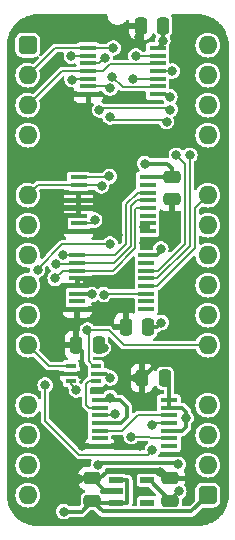
<source format=gtl>
%TF.GenerationSoftware,KiCad,Pcbnew,7.0.5*%
%TF.CreationDate,2024-03-10T07:55:02+02:00*%
%TF.ProjectId,Video Main Memory Select,56696465-6f20-44d6-9169-6e204d656d6f,V0*%
%TF.SameCoordinates,PX54c81a0PY37b6b20*%
%TF.FileFunction,Copper,L1,Top*%
%TF.FilePolarity,Positive*%
%FSLAX46Y46*%
G04 Gerber Fmt 4.6, Leading zero omitted, Abs format (unit mm)*
G04 Created by KiCad (PCBNEW 7.0.5) date 2024-03-10 07:55:02*
%MOMM*%
%LPD*%
G01*
G04 APERTURE LIST*
G04 Aperture macros list*
%AMRoundRect*
0 Rectangle with rounded corners*
0 $1 Rounding radius*
0 $2 $3 $4 $5 $6 $7 $8 $9 X,Y pos of 4 corners*
0 Add a 4 corners polygon primitive as box body*
4,1,4,$2,$3,$4,$5,$6,$7,$8,$9,$2,$3,0*
0 Add four circle primitives for the rounded corners*
1,1,$1+$1,$2,$3*
1,1,$1+$1,$4,$5*
1,1,$1+$1,$6,$7*
1,1,$1+$1,$8,$9*
0 Add four rect primitives between the rounded corners*
20,1,$1+$1,$2,$3,$4,$5,0*
20,1,$1+$1,$4,$5,$6,$7,0*
20,1,$1+$1,$6,$7,$8,$9,0*
20,1,$1+$1,$8,$9,$2,$3,0*%
G04 Aperture macros list end*
%TA.AperFunction,SMDPad,CuDef*%
%ADD10R,1.150000X0.600000*%
%TD*%
%TA.AperFunction,SMDPad,CuDef*%
%ADD11R,1.475000X0.450000*%
%TD*%
%TA.AperFunction,SMDPad,CuDef*%
%ADD12R,0.875000X0.450000*%
%TD*%
%TA.AperFunction,SMDPad,CuDef*%
%ADD13R,1.450000X0.450000*%
%TD*%
%TA.AperFunction,SMDPad,CuDef*%
%ADD14RoundRect,0.250000X0.475000X-0.250000X0.475000X0.250000X-0.475000X0.250000X-0.475000X-0.250000X0*%
%TD*%
%TA.AperFunction,ComponentPad*%
%ADD15RoundRect,0.400000X-0.400000X-0.400000X0.400000X-0.400000X0.400000X0.400000X-0.400000X0.400000X0*%
%TD*%
%TA.AperFunction,ComponentPad*%
%ADD16O,1.600000X1.600000*%
%TD*%
%TA.AperFunction,ComponentPad*%
%ADD17R,1.600000X1.600000*%
%TD*%
%TA.AperFunction,SMDPad,CuDef*%
%ADD18RoundRect,0.250000X0.250000X0.475000X-0.250000X0.475000X-0.250000X-0.475000X0.250000X-0.475000X0*%
%TD*%
%TA.AperFunction,SMDPad,CuDef*%
%ADD19RoundRect,0.250000X-0.475000X0.250000X-0.475000X-0.250000X0.475000X-0.250000X0.475000X0.250000X0*%
%TD*%
%TA.AperFunction,ViaPad*%
%ADD20C,0.800000*%
%TD*%
%TA.AperFunction,Conductor*%
%ADD21C,0.200000*%
%TD*%
%TA.AperFunction,Conductor*%
%ADD22C,0.380000*%
%TD*%
G04 APERTURE END LIST*
D10*
%TO.P,IC7,1,VIN*%
%TO.N,/5V*%
X7463000Y-36835000D03*
%TO.P,IC7,2,GND*%
%TO.N,/GND*%
X7463000Y-37785000D03*
%TO.P,IC7,3,EN*%
%TO.N,/5V*%
X7463000Y-38735000D03*
%TO.P,IC7,4,ADJ*%
%TO.N,unconnected-(IC7-ADJ-Pad4)*%
X10063000Y-38735000D03*
%TO.P,IC7,5,VOUT*%
%TO.N,/3.3V*%
X10063000Y-36835000D03*
%TD*%
D11*
%TO.P,IC6,1,~{1RD}*%
%TO.N,/3.3V*%
X6079000Y-30054000D03*
%TO.P,IC6,2,1D*%
%TO.N,/~{MR}*%
X6079000Y-30704000D03*
%TO.P,IC6,3,1CP*%
%TO.N,/CLK*%
X6079000Y-31354000D03*
%TO.P,IC6,4,~{1SD}*%
%TO.N,/3.3V*%
X6079000Y-32004000D03*
%TO.P,IC6,5,1Q*%
%TO.N,/~{MR}_{1}*%
X6079000Y-32654000D03*
%TO.P,IC6,6,~{1Q}*%
%TO.N,unconnected-(IC6-~{1Q}-Pad6)*%
X6079000Y-33304000D03*
%TO.P,IC6,7,GND*%
%TO.N,/GND*%
X6079000Y-33954000D03*
%TO.P,IC6,8,~{2Q}*%
%TO.N,unconnected-(IC6-~{2Q}-Pad8)*%
X11955000Y-33954000D03*
%TO.P,IC6,9,2Q*%
%TO.N,/~{MR}_{2}*%
X11955000Y-33304000D03*
%TO.P,IC6,10,~{2SD}*%
%TO.N,/3.3V*%
X11955000Y-32654000D03*
%TO.P,IC6,11,2CP*%
%TO.N,/~{CLK}*%
X11955000Y-32004000D03*
%TO.P,IC6,12,2D*%
%TO.N,/~{MR}_{1}*%
X11955000Y-31354000D03*
%TO.P,IC6,13,~{2RD}*%
%TO.N,/3.3V*%
X11955000Y-30704000D03*
%TO.P,IC6,14,3V*%
X11955000Y-30054000D03*
%TD*%
%TO.P,IC4,1,1A*%
%TO.N,/~{Memory A}*%
X5113153Y-254000D03*
%TO.P,IC4,2,1B*%
%TO.N,/~{Memory Frame}*%
X5113153Y-904000D03*
%TO.P,IC4,3,1Y*%
%TO.N,/D~{OE}G0*%
X5113153Y-1554000D03*
%TO.P,IC4,4,2A*%
%TO.N,/~{Memory B}*%
X5113153Y-2204000D03*
%TO.P,IC4,5,2B*%
%TO.N,/~{Memory Frame}*%
X5113153Y-2854000D03*
%TO.P,IC4,6,2Y*%
%TO.N,/D~{OE}P0*%
X5113153Y-3504000D03*
%TO.P,IC4,7,GND*%
%TO.N,/GND*%
X5113153Y-4154000D03*
%TO.P,IC4,8,3Y*%
%TO.N,/D~{OE}G1*%
X10989153Y-4154000D03*
%TO.P,IC4,9,3A*%
%TO.N,/~{Memory A}*%
X10989153Y-3504000D03*
%TO.P,IC4,10,3B*%
%TO.N,/Memory Frame*%
X10989153Y-2854000D03*
%TO.P,IC4,11,4Y*%
%TO.N,/D~{OE}P1*%
X10989153Y-2204000D03*
%TO.P,IC4,12,4A*%
%TO.N,/~{Memory B}*%
X10989153Y-1554000D03*
%TO.P,IC4,13,4B*%
%TO.N,/Memory Frame*%
X10989153Y-904000D03*
%TO.P,IC4,14,3V*%
%TO.N,/3.3V*%
X10989153Y-254000D03*
%TD*%
D12*
%TO.P,IC3,1,1A*%
%TO.N,/Memory Frame*%
X3637000Y-27163000D03*
%TO.P,IC3,2,GND*%
%TO.N,/GND*%
X3637000Y-27813000D03*
%TO.P,IC3,3,2A*%
%TO.N,/MR*%
X3637000Y-28463000D03*
%TO.P,IC3,4,2Y*%
%TO.N,/~{MR}*%
X5761000Y-28463000D03*
%TO.P,IC3,5,3V*%
%TO.N,/3.3V*%
X5761000Y-27813000D03*
%TO.P,IC3,6,1Y*%
%TO.N,/~{Memory Frame}*%
X5761000Y-27163000D03*
%TD*%
D13*
%TO.P,IC2,1,A0*%
%TO.N,/LA0*%
X4187000Y-17791000D03*
%TO.P,IC2,2,A1*%
%TO.N,/LA1*%
X4187000Y-18441000D03*
%TO.P,IC2,3,A2*%
%TO.N,/LA2*%
X4187000Y-19091000D03*
%TO.P,IC2,4,~{E1}*%
%TO.N,/GND*%
X4187000Y-19741000D03*
%TO.P,IC2,5,~{E2}*%
X4187000Y-20391000D03*
%TO.P,IC2,6,E3*%
%TO.N,/3.3V*%
X4187000Y-21041000D03*
%TO.P,IC2,7,~{Y7}*%
%TO.N,unconnected-(IC2-~{Y7}-Pad7)*%
X4187000Y-21691000D03*
%TO.P,IC2,8,GND*%
%TO.N,/GND*%
X4187000Y-22341000D03*
%TO.P,IC2,9,~{Y6}*%
%TO.N,unconnected-(IC2-~{Y6}-Pad9)*%
X10037000Y-22341000D03*
%TO.P,IC2,10,~{Y5}*%
%TO.N,unconnected-(IC2-~{Y5}-Pad10)*%
X10037000Y-21691000D03*
%TO.P,IC2,11,~{Y4}*%
%TO.N,/CEP*%
X10037000Y-21041000D03*
%TO.P,IC2,12,~{Y3}*%
%TO.N,/~{Load Address Bank}*%
X10037000Y-20391000D03*
%TO.P,IC2,13,~{Y2}*%
%TO.N,/~{Load Address High}*%
X10037000Y-19741000D03*
%TO.P,IC2,14,~{Y1}*%
%TO.N,/~{Load Address Low}*%
X10037000Y-19091000D03*
%TO.P,IC2,15,~{Y0}*%
%TO.N,unconnected-(IC2-~{Y0}-Pad15)*%
X10037000Y-18441000D03*
%TO.P,IC2,16,3V*%
%TO.N,/3.3V*%
X10037000Y-17791000D03*
%TD*%
%TO.P,IC1,1,~{MR}*%
%TO.N,/~{MR}_{2}*%
X4314000Y-11187000D03*
%TO.P,IC1,2,CP*%
%TO.N,/CLK*%
X4314000Y-11837000D03*
%TO.P,IC1,3,D0*%
%TO.N,/GND*%
X4314000Y-12487000D03*
%TO.P,IC1,4,D1*%
X4314000Y-13137000D03*
%TO.P,IC1,5,D2*%
X4314000Y-13787000D03*
%TO.P,IC1,6,D3*%
X4314000Y-14437000D03*
%TO.P,IC1,7,CEP*%
%TO.N,/CEP*%
X4314000Y-15087000D03*
%TO.P,IC1,8,GND*%
%TO.N,/GND*%
X4314000Y-15737000D03*
%TO.P,IC1,9,~{PE}*%
%TO.N,/3.3V*%
X10164000Y-15737000D03*
%TO.P,IC1,10,CET*%
X10164000Y-15087000D03*
%TO.P,IC1,11,Q3*%
%TO.N,unconnected-(IC1-Q3-Pad11)*%
X10164000Y-14437000D03*
%TO.P,IC1,12,Q2*%
%TO.N,/LA2*%
X10164000Y-13787000D03*
%TO.P,IC1,13,Q1*%
%TO.N,/LA1*%
X10164000Y-13137000D03*
%TO.P,IC1,14,Q0*%
%TO.N,/LA0*%
X10164000Y-12487000D03*
%TO.P,IC1,15,TC*%
%TO.N,unconnected-(IC1-TC-Pad15)*%
X10164000Y-11837000D03*
%TO.P,IC1,16,3V*%
%TO.N,/3.3V*%
X10164000Y-11187000D03*
%TD*%
D14*
%TO.P,C9,1*%
%TO.N,/3.3V*%
X12065000Y-38592000D03*
%TO.P,C9,2*%
%TO.N,/GND*%
X12065000Y-36692000D03*
%TD*%
D15*
%TO.P,J1,1,Pin_1*%
%TO.N,/5V*%
X0Y0D03*
D16*
%TO.P,J1,2,Pin_2*%
%TO.N,/~{Memory A}*%
X0Y-2540000D03*
%TO.P,J1,3,Pin_3*%
%TO.N,/~{Memory B}*%
X0Y-5080000D03*
%TO.P,J1,4,Pin_4*%
%TO.N,unconnected-(J1-Pin_4-Pad4)*%
X0Y-7620000D03*
D17*
%TO.P,J1,5,Pin_5*%
%TO.N,/GND*%
X0Y-10160000D03*
D16*
%TO.P,J1,6,Pin_6*%
%TO.N,/CLK*%
X0Y-12700000D03*
%TO.P,J1,7,Pin_7*%
%TO.N,/~{CLK}*%
X0Y-15240000D03*
%TO.P,J1,8,Pin_8*%
%TO.N,unconnected-(J1-Pin_8-Pad8)*%
X0Y-17780000D03*
%TO.P,J1,9,Pin_9*%
%TO.N,unconnected-(J1-Pin_9-Pad9)*%
X0Y-20320000D03*
%TO.P,J1,10,Pin_10*%
%TO.N,unconnected-(J1-Pin_10-Pad10)*%
X0Y-22860000D03*
%TO.P,J1,11,Pin_11*%
%TO.N,/Memory Frame*%
X0Y-25400000D03*
D17*
%TO.P,J1,12,Pin_12*%
%TO.N,/GND*%
X0Y-27940000D03*
D16*
%TO.P,J1,13,Pin_13*%
%TO.N,/LA2*%
X0Y-30480000D03*
%TO.P,J1,14,Pin_14*%
%TO.N,/LA1*%
X0Y-33020000D03*
%TO.P,J1,15,Pin_15*%
%TO.N,/LA0*%
X0Y-35560000D03*
%TO.P,J1,16,Pin_16*%
%TO.N,/MR*%
X0Y-38100000D03*
D15*
%TO.P,J1,17,Pin_17*%
%TO.N,/5V*%
X15240000Y-38100000D03*
D16*
%TO.P,J1,18,Pin_18*%
%TO.N,unconnected-(J1-Pin_18-Pad18)*%
X15240000Y-35560000D03*
%TO.P,J1,19,Pin_19*%
%TO.N,unconnected-(J1-Pin_19-Pad19)*%
X15240000Y-33020000D03*
%TO.P,J1,20,Pin_20*%
%TO.N,unconnected-(J1-Pin_20-Pad20)*%
X15240000Y-30480000D03*
D17*
%TO.P,J1,21,Pin_21*%
%TO.N,/GND*%
X15240000Y-27940000D03*
D16*
%TO.P,J1,22,Pin_22*%
%TO.N,/~{Memory Frame}*%
X15240000Y-25400000D03*
%TO.P,J1,23,Pin_23*%
%TO.N,/D~{OE}P1*%
X15240000Y-22860000D03*
%TO.P,J1,24,Pin_24*%
%TO.N,/D~{OE}G1*%
X15240000Y-20320000D03*
%TO.P,J1,25,Pin_25*%
%TO.N,/D~{OE}P0*%
X15240000Y-17780000D03*
%TO.P,J1,26,Pin_26*%
%TO.N,/D~{OE}G0*%
X15240000Y-15240000D03*
%TO.P,J1,27,Pin_27*%
%TO.N,/~{Load Address Bank}*%
X15240000Y-12700000D03*
D17*
%TO.P,J1,28,Pin_28*%
%TO.N,/GND*%
X15240000Y-10160000D03*
D16*
%TO.P,J1,29,Pin_29*%
%TO.N,/~{Load Address High}*%
X15240000Y-7620000D03*
%TO.P,J1,30,Pin_30*%
%TO.N,/~{Load Address Low}*%
X15240000Y-5080000D03*
%TO.P,J1,31,Pin_31*%
%TO.N,unconnected-(J1-Pin_31-Pad31)*%
X15240000Y-2540000D03*
%TO.P,J1,32,Pin_32*%
%TO.N,unconnected-(J1-Pin_32-Pad32)*%
X15240000Y0D03*
%TD*%
D18*
%TO.P,C3,1*%
%TO.N,/3.3V*%
X11475000Y1651000D03*
%TO.P,C3,2*%
%TO.N,/GND*%
X9575000Y1651000D03*
%TD*%
%TO.P,C1,1*%
%TO.N,/3.3V*%
X10205000Y-23876000D03*
%TO.P,C1,2*%
%TO.N,/GND*%
X8305000Y-23876000D03*
%TD*%
D14*
%TO.P,C8,1*%
%TO.N,/5V*%
X5461000Y-38592000D03*
%TO.P,C8,2*%
%TO.N,/GND*%
X5461000Y-36692000D03*
%TD*%
D18*
%TO.P,C5,1*%
%TO.N,/3.3V*%
X6014000Y-25400000D03*
%TO.P,C5,2*%
%TO.N,/GND*%
X4114000Y-25400000D03*
%TD*%
D19*
%TO.P,C2,1*%
%TO.N,/3.3V*%
X12192000Y-11131000D03*
%TO.P,C2,2*%
%TO.N,/GND*%
X12192000Y-13031000D03*
%TD*%
D18*
%TO.P,C4,1*%
%TO.N,/3.3V*%
X11602000Y-28194000D03*
%TO.P,C4,2*%
%TO.N,/GND*%
X9702000Y-28194000D03*
%TD*%
D20*
%TO.N,/5V*%
X3048000Y-39497000D03*
%TO.N,/GND*%
X2667000Y-15621000D03*
X13335000Y254000D03*
X5101256Y-20087256D03*
X5461000Y-9398000D03*
X9448153Y717000D03*
X7616293Y-16054508D03*
X4598160Y-27913840D03*
X8051183Y-4418642D03*
X11176000Y-36134000D03*
X8339000Y-19832488D03*
X4572000Y-33909000D03*
X2921006Y-9398000D03*
X4318000Y-36703000D03*
X2921000Y-4363000D03*
X9144000Y-28194000D03*
X8508994Y-22225000D03*
X9525000Y-33971000D03*
X9855006Y-16763286D03*
%TO.N,/3.3V*%
X6412000Y-25622240D03*
X6985000Y-28194000D03*
X13398496Y-31559498D03*
X5969000Y-35560000D03*
X6985000Y-29845000D03*
X12737738Y-35494029D03*
X11430000Y381000D03*
X9816293Y-15367000D03*
X11269006Y-17268999D03*
X5412074Y-21110040D03*
X11302997Y-23494997D03*
X12797000Y-37791500D03*
X9906000Y-10033000D03*
%TO.N,/CLK*%
X6241978Y-11938000D03*
X7366000Y-31213992D03*
%TO.N,/CEP*%
X6412000Y-21122389D03*
X5660919Y-14804919D03*
%TO.N,/LA2*%
X2310000Y-19744032D03*
%TO.N,/LA1*%
X2387286Y-18561616D03*
%TO.N,/LA0*%
X3001455Y-17772438D03*
%TO.N,/~{Load Address High}*%
X13716000Y-9299000D03*
%TO.N,/~{Load Address Low}*%
X12573000Y-9299000D03*
%TO.N,/Memory Frame*%
X6961000Y-16848117D03*
X824000Y-19050000D03*
X8909748Y-2849863D03*
X9141468Y-917303D03*
%TO.N,/~{Memory Frame}*%
X3744473Y-2928631D03*
X3684817Y-954000D03*
X5042000Y-24130000D03*
%TO.N,/~{Memory A}*%
X7238995Y-253995D03*
X7143604Y-2667000D03*
%TO.N,/D~{OE}G0*%
X6527153Y-1061000D03*
X12065000Y-5461000D03*
X6070548Y-5503420D03*
%TO.N,/D~{OE}P0*%
X11746000Y-6492844D03*
X6985000Y-6096000D03*
X6967970Y-3651458D03*
%TO.N,/D~{OE}G1*%
X12027969Y-4368366D03*
%TO.N,/D~{OE}P1*%
X12242153Y-2204000D03*
%TO.N,/~{MR}_{2}*%
X6905476Y-11106464D03*
X8763000Y-33147000D03*
%TO.N,/MR*%
X4118273Y-29210000D03*
%TO.N,/~{CLK}*%
X10541000Y-34290000D03*
X1473525Y-28778525D03*
X10541000Y-32131000D03*
%TD*%
D21*
%TO.N,/LA2*%
X4187000Y-19091000D02*
X2963032Y-19091000D01*
X2963032Y-19091000D02*
X2310000Y-19744032D01*
%TO.N,/D~{OE}P0*%
X11603156Y-6350000D02*
X11746000Y-6492844D01*
X7239000Y-6350000D02*
X11603156Y-6350000D01*
X6985000Y-6096000D02*
X7239000Y-6350000D01*
%TO.N,/Memory Frame*%
X824000Y-18959943D02*
X824000Y-19050000D01*
X2935826Y-16848117D02*
X824000Y-18959943D01*
X6961000Y-16848117D02*
X2935826Y-16848117D01*
%TO.N,/MR*%
X3637000Y-28728727D02*
X4118273Y-29210000D01*
X3637000Y-28463000D02*
X3637000Y-28728727D01*
D22*
%TO.N,/GND*%
X4755000Y-19741000D02*
X5101256Y-20087256D01*
X4187000Y-19741000D02*
X4755000Y-19741000D01*
X5447512Y-19741000D02*
X5101256Y-20087256D01*
X8247512Y-19741000D02*
X5447512Y-19741000D01*
X8339000Y-19832488D02*
X8247512Y-19741000D01*
D21*
%TO.N,/LA0*%
X3020017Y-17791000D02*
X3001455Y-17772438D01*
%TO.N,/LA1*%
X2390959Y-18565289D02*
X2387286Y-18561616D01*
%TO.N,/LA0*%
X4187000Y-17791000D02*
X3020017Y-17791000D01*
%TO.N,/LA1*%
X4062711Y-18565289D02*
X2390959Y-18565289D01*
%TO.N,/LA0*%
X7355000Y-17791000D02*
X4187000Y-17791000D01*
X8316293Y-16829707D02*
X7355000Y-17791000D01*
%TO.N,/LA1*%
X8716293Y-16995393D02*
X7270685Y-18441000D01*
%TO.N,/LA0*%
X8316293Y-13494022D02*
X8316293Y-16829707D01*
X9323315Y-12487000D02*
X8316293Y-13494022D01*
%TO.N,/LA1*%
X8716293Y-13659707D02*
X8716293Y-16995393D01*
X10164000Y-13137000D02*
X9239000Y-13137000D01*
X7270685Y-18441000D02*
X4187000Y-18441000D01*
X9239000Y-13137000D02*
X8716293Y-13659707D01*
%TO.N,/LA0*%
X10164000Y-12487000D02*
X9323315Y-12487000D01*
%TO.N,/LA2*%
X7186370Y-19091000D02*
X4187000Y-19091000D01*
X9116293Y-17161077D02*
X7186370Y-19091000D01*
X9116293Y-13909707D02*
X9116293Y-17161077D01*
X9239000Y-13787000D02*
X9116293Y-13909707D01*
D22*
%TO.N,/GND*%
X7616293Y-13966293D02*
X7616293Y-16054508D01*
X6787000Y-13137000D02*
X7616293Y-13966293D01*
X7298785Y-15737000D02*
X7616293Y-16054508D01*
X4314000Y-15737000D02*
X7298785Y-15737000D01*
D21*
%TO.N,/LA2*%
X10164000Y-13787000D02*
X9239000Y-13787000D01*
D22*
%TO.N,/GND*%
X9981292Y-16637000D02*
X9855006Y-16763286D01*
X10795000Y-16637000D02*
X9981292Y-16637000D01*
X12192000Y-15240000D02*
X10795000Y-16637000D01*
X12192000Y-13031000D02*
X12192000Y-15240000D01*
X8051000Y-11873000D02*
X6787000Y-13137000D01*
X8051000Y-9398000D02*
X8051000Y-11873000D01*
X8051000Y-9398000D02*
X8940000Y-8509000D01*
X5461000Y-9398000D02*
X8051000Y-9398000D01*
X8940000Y-8509000D02*
X14172762Y-8509000D01*
X14172762Y-8509000D02*
X15240000Y-9576238D01*
D21*
%TO.N,/CLK*%
X6140978Y-11837000D02*
X6241978Y-11938000D01*
%TO.N,/~{MR}_{2}*%
X6824940Y-11187000D02*
X6905476Y-11106464D01*
X4314000Y-11187000D02*
X6824940Y-11187000D01*
%TO.N,/CLK*%
X4314000Y-11837000D02*
X6140978Y-11837000D01*
D22*
%TO.N,/5V*%
X8418000Y-38735000D02*
X7463000Y-38735000D01*
X8418000Y-36835000D02*
X8428000Y-36845000D01*
X3048000Y-39497000D02*
X4556000Y-39497000D01*
X7463000Y-36835000D02*
X8418000Y-36835000D01*
X15240000Y-38100000D02*
X13858000Y-39482000D01*
X6351000Y-39482000D02*
X5461000Y-38592000D01*
X8428000Y-38725000D02*
X8418000Y-38735000D01*
X4556000Y-39497000D02*
X5461000Y-38592000D01*
X13858000Y-39482000D02*
X6351000Y-39482000D01*
X8428000Y-36845000D02*
X8428000Y-38725000D01*
X7463000Y-38735000D02*
X5604000Y-38735000D01*
%TO.N,/GND*%
X3199000Y-15727000D02*
X3199000Y-14447000D01*
X15240000Y-27940000D02*
X14351000Y-27051000D01*
X4329000Y-36692000D02*
X4318000Y-36703000D01*
X3199000Y-14447000D02*
X3209000Y-14437000D01*
X3637000Y-27813000D02*
X127000Y-27813000D01*
X6313000Y-4154000D02*
X6858000Y-4699000D01*
X4187000Y-20391000D02*
X4187000Y-19741000D01*
X3048000Y-22225000D02*
X3048000Y-20425000D01*
X12065000Y-36692000D02*
X11507000Y-36134000D01*
X4497313Y-27812993D02*
X4598160Y-27913840D01*
X3209000Y-15737000D02*
X3199000Y-15727000D01*
X13335000Y-2317915D02*
X14907085Y-3890000D01*
X4314000Y-15737000D02*
X2783000Y-15737000D01*
X4617000Y-33954000D02*
X4572000Y-33909000D01*
X16430000Y-11350000D02*
X16430000Y-26750000D01*
X13335000Y254000D02*
X13335000Y-2317915D01*
X6107000Y-36692000D02*
X6665000Y-36134000D01*
X16430000Y-26750000D02*
X15240000Y-27940000D01*
X3637007Y-27812993D02*
X4497313Y-27812993D01*
X15240000Y-10160000D02*
X16430000Y-11350000D01*
X0Y-10160000D02*
X2159006Y-10160000D01*
X6079000Y-33954000D02*
X9508000Y-33954000D01*
X-1190000Y-26750000D02*
X0Y-27940000D01*
X11507000Y-36134000D02*
X11176000Y-36134000D01*
X4114000Y-22414000D02*
X4114000Y-25400000D01*
X0Y-10160000D02*
X-1190000Y-11350000D01*
X7770825Y-4699000D02*
X8051183Y-4418642D01*
X6665000Y-36134000D02*
X11176000Y-36134000D01*
X8392994Y-22341000D02*
X8508994Y-22225000D01*
X7463000Y-37785000D02*
X6554000Y-37785000D01*
X14351000Y-27051000D02*
X10845000Y-27051000D01*
X5113153Y-4154000D02*
X3130000Y-4154000D01*
X6079000Y-33954000D02*
X4617000Y-33954000D01*
X6858000Y-4699000D02*
X7770825Y-4699000D01*
X6554000Y-37785000D02*
X5461000Y-36692000D01*
X16510000Y-8890000D02*
X15240000Y-10160000D01*
X3164000Y-22341000D02*
X3048000Y-22225000D01*
X4314000Y-13137000D02*
X4314000Y-13787000D01*
X14907085Y-3890000D02*
X15732915Y-3890000D01*
X2921006Y-9398000D02*
X5461000Y-9398000D01*
X4314000Y-13137000D02*
X6787000Y-13137000D01*
X3082000Y-20391000D02*
X4187000Y-20391000D01*
X4187000Y-22341000D02*
X8392994Y-22341000D01*
X9702000Y-28194000D02*
X9144000Y-28194000D01*
X9393000Y772153D02*
X9448153Y717000D01*
X4187000Y-22341000D02*
X4114000Y-22414000D01*
X3429000Y-22341000D02*
X4187000Y-22341000D01*
X5461000Y-36692000D02*
X4329000Y-36692000D01*
X-1190000Y-11350000D02*
X-1190000Y-26750000D01*
X3429000Y-22341000D02*
X3164000Y-22341000D01*
X4598160Y-25884160D02*
X4598160Y-27913840D01*
X8305000Y-23876000D02*
X8305000Y-22428994D01*
X8305000Y-22428994D02*
X8508994Y-22225000D01*
X2159006Y-10160000D02*
X2921006Y-9398000D01*
X2783000Y-15737000D02*
X2667000Y-15621000D01*
X9393000Y1469000D02*
X9393000Y772153D01*
X15732915Y-3890000D02*
X16510000Y-4667085D01*
X5919000Y-36692000D02*
X6107000Y-36692000D01*
X4114000Y-25400000D02*
X4598160Y-25884160D01*
X9508000Y-33954000D02*
X9525000Y-33971000D01*
X10845000Y-27051000D02*
X9702000Y-28194000D01*
X3048000Y-20425000D02*
X3082000Y-20391000D01*
X5113153Y-4154000D02*
X6313000Y-4154000D01*
X16510000Y-4667085D02*
X16510000Y-8890000D01*
X4314000Y-13787000D02*
X4314000Y-14437000D01*
X4314000Y-15737000D02*
X3209000Y-15737000D01*
X3209000Y-14437000D02*
X4314000Y-14437000D01*
X3130000Y-4154000D02*
X2921000Y-4363000D01*
X4314000Y-12487000D02*
X4314000Y-13137000D01*
%TO.N,/3.3V*%
X8382000Y-30607000D02*
X8382000Y-31496000D01*
X12737738Y-35494029D02*
X12587708Y-35343999D01*
X4187000Y-21041000D02*
X5343034Y-21041000D01*
X7194000Y-30054000D02*
X7829000Y-30054000D01*
X12192000Y-11131000D02*
X12192000Y-10414000D01*
X11955000Y-30054000D02*
X11955000Y-28547000D01*
X11116000Y-11131000D02*
X11060000Y-11187000D01*
X11955000Y-30704000D02*
X11955000Y-30054000D01*
X10921994Y-23876000D02*
X11302997Y-23494997D01*
X11430000Y186847D02*
X11430000Y381000D01*
X10037000Y-17791000D02*
X10911000Y-17791000D01*
X12065000Y-38523500D02*
X12797000Y-37791500D01*
X11955000Y-28547000D02*
X11828000Y-28420000D01*
X10989153Y-254000D02*
X11430000Y186847D01*
X6079000Y-30054000D02*
X6776000Y-30054000D01*
X11811000Y-10033000D02*
X9906000Y-10033000D01*
X6776000Y-30054000D02*
X6985000Y-29845000D01*
X5343034Y-21041000D02*
X5412074Y-21110040D01*
X11060000Y-11187000D02*
X10164000Y-11187000D01*
X10308000Y-36835000D02*
X12065000Y-38592000D01*
X6189760Y-25400000D02*
X6412000Y-25622240D01*
X5761000Y-27813000D02*
X6604000Y-27813000D01*
X13398496Y-31029996D02*
X13398496Y-31559498D01*
X6185001Y-35343999D02*
X5969000Y-35560000D01*
X6985000Y-29845000D02*
X7194000Y-30054000D01*
X13398496Y-32328004D02*
X13398496Y-31559498D01*
X11955000Y-32654000D02*
X13072500Y-32654000D01*
X13072500Y-32654000D02*
X13398496Y-32328004D01*
X11475000Y426000D02*
X11430000Y381000D01*
X10911000Y-17791000D02*
X11269006Y-17432994D01*
X11955000Y-30704000D02*
X13072500Y-30704000D01*
X11269006Y-17432994D02*
X11269006Y-17268999D01*
X8382000Y-31496000D02*
X7874000Y-32004000D01*
X12192000Y-10414000D02*
X11811000Y-10033000D01*
X12192000Y-11131000D02*
X11116000Y-11131000D01*
X10164000Y-15737000D02*
X10164000Y-15087000D01*
X11475000Y1651000D02*
X11475000Y426000D01*
X7829000Y-30054000D02*
X8382000Y-30607000D01*
X10205000Y-23876000D02*
X10921994Y-23876000D01*
X6604000Y-27813000D02*
X6985000Y-28194000D01*
X13072500Y-30704000D02*
X13398496Y-31029996D01*
X12587708Y-35343999D02*
X6185001Y-35343999D01*
X7874000Y-32004000D02*
X6079000Y-32004000D01*
D21*
%TO.N,/~{MR}*%
X4953000Y-30480000D02*
X4953000Y-28702000D01*
X4953000Y-28702000D02*
X5192000Y-28463000D01*
X5192000Y-28463000D02*
X5761000Y-28463000D01*
X5177000Y-30704000D02*
X4953000Y-30480000D01*
X6079000Y-30704000D02*
X5177000Y-30704000D01*
%TO.N,/CLK*%
X7225992Y-31354000D02*
X7366000Y-31213992D01*
X863000Y-11837000D02*
X0Y-12700000D01*
X4314000Y-11837000D02*
X863000Y-11837000D01*
X6079000Y-31354000D02*
X7225992Y-31354000D01*
%TO.N,/CEP*%
X10037000Y-21041000D02*
X6493389Y-21041000D01*
X4314000Y-15087000D02*
X5378838Y-15087000D01*
X5378838Y-15087000D02*
X5660919Y-14804919D01*
X6493389Y-21041000D02*
X6412000Y-21122389D01*
%TO.N,/~{Load Address Bank}*%
X15240000Y-12700000D02*
X14140000Y-13800000D01*
X14140000Y-17213000D02*
X10962000Y-20391000D01*
X10962000Y-20391000D02*
X10037000Y-20391000D01*
X14140000Y-13800000D02*
X14140000Y-17213000D01*
%TO.N,/~{Load Address High}*%
X13735000Y-16968000D02*
X13735000Y-9318000D01*
X10037000Y-19741000D02*
X10962000Y-19741000D01*
X13735000Y-9318000D02*
X13716000Y-9299000D01*
X10962000Y-19741000D02*
X13735000Y-16968000D01*
%TO.N,/~{Load Address Low}*%
X13335000Y-10061000D02*
X12573000Y-9299000D01*
X10037000Y-19091000D02*
X11046314Y-19091000D01*
X13335000Y-16802314D02*
X13335000Y-10061000D01*
X11046314Y-19091000D02*
X13335000Y-16802314D01*
%TO.N,/Memory Frame*%
X10989153Y-904000D02*
X9154771Y-904000D01*
X10989153Y-2854000D02*
X8913885Y-2854000D01*
X0Y-25400000D02*
X1763000Y-27163000D01*
X3637000Y-27163000D02*
X1763000Y-27163000D01*
X9154771Y-904000D02*
X9141468Y-917303D01*
X8913885Y-2854000D02*
X8909748Y-2849863D01*
%TO.N,/~{Memory Frame}*%
X8128000Y-25400000D02*
X6858000Y-24130000D01*
X5548500Y-27163000D02*
X5151660Y-26766160D01*
X5151660Y-24239660D02*
X5042000Y-24130000D01*
X5113153Y-2854000D02*
X3819104Y-2854000D01*
X5113153Y-904000D02*
X3734817Y-904000D01*
X6858000Y-24130000D02*
X5042000Y-24130000D01*
X5151660Y-26766160D02*
X5151660Y-24239660D01*
X15240000Y-25400000D02*
X8128000Y-25400000D01*
X3819104Y-2854000D02*
X3744473Y-2928631D01*
X3734817Y-904000D02*
X3684817Y-954000D01*
%TO.N,/~{Memory A}*%
X7238990Y-254000D02*
X7238995Y-253995D01*
X8026467Y-3549863D02*
X7143604Y-2667000D01*
X5113153Y-254000D02*
X7238990Y-254000D01*
X2286000Y-254000D02*
X0Y-2540000D01*
X10943290Y-3549863D02*
X8026467Y-3549863D01*
X5113153Y-254000D02*
X2286000Y-254000D01*
%TO.N,/D~{OE}G0*%
X11938000Y-5334000D02*
X12065000Y-5461000D01*
X5113153Y-1554000D02*
X6034153Y-1554000D01*
X6239968Y-5334000D02*
X11938000Y-5334000D01*
X6070548Y-5503420D02*
X6239968Y-5334000D01*
X6034153Y-1554000D02*
X6527153Y-1061000D01*
%TO.N,/~{Memory B}*%
X6400153Y-2204000D02*
X5113153Y-2204000D01*
X10904044Y-1639109D02*
X6965044Y-1639109D01*
X0Y-5080000D02*
X2876000Y-2204000D01*
X6965044Y-1639109D02*
X6400153Y-2204000D01*
X2876000Y-2204000D02*
X5113153Y-2204000D01*
%TO.N,/D~{OE}P0*%
X6820512Y-3504000D02*
X6967970Y-3651458D01*
X5113153Y-3504000D02*
X6820512Y-3504000D01*
%TO.N,/D~{OE}G1*%
X10989153Y-4154000D02*
X11813603Y-4154000D01*
X11813603Y-4154000D02*
X12027969Y-4368366D01*
%TO.N,/D~{OE}P1*%
X10989153Y-2204000D02*
X12242153Y-2204000D01*
%TO.N,/~{MR}_{2}*%
X10257000Y-33147000D02*
X8763000Y-33147000D01*
X10414000Y-33304000D02*
X10257000Y-33147000D01*
X11955000Y-33304000D02*
X10414000Y-33304000D01*
%TO.N,/~{MR}_{1}*%
X8012050Y-32654000D02*
X6079000Y-32654000D01*
X9312050Y-31354000D02*
X8012050Y-32654000D01*
X11955000Y-31354000D02*
X9312050Y-31354000D01*
%TO.N,/~{CLK}*%
X10541000Y-34290000D02*
X10160000Y-34671000D01*
X10668000Y-32004000D02*
X11955000Y-32004000D01*
X10541000Y-32131000D02*
X10668000Y-32004000D01*
X10160000Y-34671000D02*
X4344050Y-34671000D01*
X1473525Y-31800475D02*
X1473525Y-28778525D01*
X4344050Y-34671000D02*
X1473525Y-31800475D01*
%TD*%
%TA.AperFunction,Conductor*%
%TO.N,/GND*%
G36*
X1523999Y-520317D02*
G01*
X1142662Y-901654D01*
X1081339Y-935139D01*
X1011647Y-930155D01*
X955714Y-888283D01*
X931297Y-822819D01*
X946149Y-754546D01*
X948227Y-750890D01*
X1001744Y-660398D01*
X1047598Y-502569D01*
X1050500Y-465694D01*
X1050500Y465694D01*
X1047598Y502569D01*
X1024667Y581496D01*
X1001745Y660394D01*
X1001744Y660397D01*
X1001744Y660398D01*
X918081Y801865D01*
X918079Y801867D01*
X918076Y801871D01*
X801870Y918077D01*
X801862Y918083D01*
X660396Y1001745D01*
X660393Y1001746D01*
X502573Y1047598D01*
X502567Y1047599D01*
X465701Y1050500D01*
X465694Y1050500D01*
X-465694Y1050500D01*
X-465702Y1050500D01*
X-502568Y1047599D01*
X-502574Y1047598D01*
X-660394Y1001746D01*
X-660397Y1001745D01*
X-801863Y918083D01*
X-801871Y918077D01*
X-918077Y801871D01*
X-918083Y801863D01*
X-1001745Y660397D01*
X-1001746Y660394D01*
X-1047598Y502574D01*
X-1047599Y502568D01*
X-1050500Y465702D01*
X-1050500Y-465701D01*
X-1047599Y-502567D01*
X-1047598Y-502573D01*
X-1001746Y-660393D01*
X-1001745Y-660396D01*
X-918083Y-801862D01*
X-918077Y-801870D01*
X-801871Y-918076D01*
X-801867Y-918079D01*
X-801865Y-918081D01*
X-660398Y-1001744D01*
X-639925Y-1007692D01*
X-502574Y-1047597D01*
X-502571Y-1047597D01*
X-502569Y-1047598D01*
X-465694Y-1050500D01*
X-465686Y-1050500D01*
X465686Y-1050500D01*
X465694Y-1050500D01*
X502569Y-1047598D01*
X502571Y-1047597D01*
X502573Y-1047597D01*
X544191Y-1035505D01*
X660398Y-1001744D01*
X750854Y-948248D01*
X818575Y-931066D01*
X884838Y-953226D01*
X928602Y-1007692D01*
X935971Y-1077171D01*
X904607Y-1139606D01*
X901654Y-1142662D01*
X514508Y-1529808D01*
X453185Y-1563293D01*
X390833Y-1560788D01*
X205934Y-1504700D01*
X205932Y-1504699D01*
X205934Y-1504699D01*
X18463Y-1486235D01*
X0Y-1484417D01*
X-1Y-1484417D01*
X-205933Y-1504699D01*
X-381308Y-1557898D01*
X-399091Y-1563293D01*
X-403957Y-1564769D01*
X-514102Y-1623643D01*
X-586450Y-1662315D01*
X-586452Y-1662316D01*
X-586453Y-1662317D01*
X-746411Y-1793589D01*
X-877683Y-1953547D01*
X-975231Y-2136043D01*
X-1035301Y-2334067D01*
X-1055583Y-2540000D01*
X-1035301Y-2745932D01*
X-1035300Y-2745934D01*
X-975232Y-2943954D01*
X-877685Y-3126450D01*
X-877683Y-3126452D01*
X-746411Y-3286410D01*
X-649791Y-3365702D01*
X-586450Y-3417685D01*
X-403954Y-3515232D01*
X-205934Y-3575300D01*
X-205935Y-3575300D01*
X-185653Y-3577297D01*
X0Y-3595583D01*
X205934Y-3575300D01*
X403954Y-3515232D01*
X586450Y-3417685D01*
X746410Y-3286410D01*
X877685Y-3126450D01*
X975232Y-2943954D01*
X1035300Y-2745934D01*
X1055583Y-2540000D01*
X1035300Y-2334066D01*
X979210Y-2149163D01*
X978588Y-2079298D01*
X1010189Y-2025491D01*
X1523999Y-1511682D01*
X1523999Y-3060317D01*
X514508Y-4069808D01*
X453185Y-4103293D01*
X390833Y-4100788D01*
X205934Y-4044700D01*
X205932Y-4044699D01*
X205934Y-4044699D01*
X18463Y-4026235D01*
X0Y-4024417D01*
X-1Y-4024417D01*
X-205933Y-4044699D01*
X-381308Y-4097898D01*
X-399091Y-4103293D01*
X-403957Y-4104769D01*
X-514102Y-4163643D01*
X-586450Y-4202315D01*
X-586452Y-4202316D01*
X-586453Y-4202317D01*
X-746411Y-4333589D01*
X-877683Y-4493547D01*
X-975231Y-4676043D01*
X-1035301Y-4874067D01*
X-1055583Y-5079999D01*
X-1035301Y-5285932D01*
X-1035300Y-5285934D01*
X-975232Y-5483954D01*
X-877685Y-5666450D01*
X-877683Y-5666452D01*
X-746411Y-5826410D01*
X-649791Y-5905702D01*
X-586450Y-5957685D01*
X-403954Y-6055232D01*
X-205934Y-6115300D01*
X-205935Y-6115300D01*
X-187471Y-6117118D01*
X0Y-6135583D01*
X205934Y-6115300D01*
X403954Y-6055232D01*
X586450Y-5957685D01*
X746410Y-5826410D01*
X877685Y-5666450D01*
X975232Y-5483954D01*
X1035300Y-5285934D01*
X1055583Y-5080000D01*
X1035300Y-4874066D01*
X979210Y-4689163D01*
X978588Y-4619298D01*
X1010189Y-4565491D01*
X1523999Y-4051682D01*
X1523999Y-11486500D01*
X912206Y-11486500D01*
X886761Y-11483861D01*
X877685Y-11481958D01*
X877682Y-11481958D01*
X845068Y-11486023D01*
X837392Y-11486500D01*
X833960Y-11486500D01*
X813716Y-11489877D01*
X811193Y-11490245D01*
X761606Y-11496426D01*
X754575Y-11498519D01*
X747618Y-11500907D01*
X703687Y-11524682D01*
X701411Y-11525853D01*
X656513Y-11547803D01*
X650566Y-11552048D01*
X644739Y-11556584D01*
X610913Y-11593329D01*
X609139Y-11595177D01*
X514508Y-11689808D01*
X453185Y-11723293D01*
X390833Y-11720788D01*
X205934Y-11664700D01*
X205932Y-11664699D01*
X205934Y-11664699D01*
X0Y-11644417D01*
X-205933Y-11664699D01*
X-381308Y-11717898D01*
X-399091Y-11723293D01*
X-403957Y-11724769D01*
X-514102Y-11783643D01*
X-586450Y-11822315D01*
X-586452Y-11822316D01*
X-586453Y-11822317D01*
X-746411Y-11953589D01*
X-877683Y-12113547D01*
X-877685Y-12113550D01*
X-909511Y-12173092D01*
X-975231Y-12296043D01*
X-1035301Y-12494067D01*
X-1055583Y-12700000D01*
X-1035301Y-12905932D01*
X-1035300Y-12905934D01*
X-975232Y-13103954D01*
X-877685Y-13286450D01*
X-877683Y-13286452D01*
X-746411Y-13446410D01*
X-649791Y-13525702D01*
X-586450Y-13577685D01*
X-403954Y-13675232D01*
X-205934Y-13735300D01*
X-205935Y-13735300D01*
X-185653Y-13737297D01*
X0Y-13755583D01*
X205934Y-13735300D01*
X403954Y-13675232D01*
X586450Y-13577685D01*
X746410Y-13446410D01*
X877685Y-13286450D01*
X975232Y-13103954D01*
X1035300Y-12905934D01*
X1055583Y-12700000D01*
X1035300Y-12494066D01*
X990837Y-12347492D01*
X990215Y-12277628D01*
X1027463Y-12218515D01*
X1090757Y-12188925D01*
X1109499Y-12187500D01*
X1523999Y-12187500D01*
X1523999Y-17764261D01*
X1251179Y-18037081D01*
X1189856Y-18070566D01*
X1120164Y-18065582D01*
X1064231Y-18023710D01*
X1039814Y-17958246D01*
X1040094Y-17937251D01*
X1055583Y-17780000D01*
X1035300Y-17574066D01*
X975232Y-17376046D01*
X877685Y-17193550D01*
X825702Y-17130209D01*
X746410Y-17033589D01*
X586452Y-16902317D01*
X586453Y-16902317D01*
X586450Y-16902315D01*
X403954Y-16804768D01*
X205934Y-16744700D01*
X205932Y-16744699D01*
X205934Y-16744699D01*
X0Y-16724417D01*
X-205933Y-16744699D01*
X-403957Y-16804769D01*
X-514102Y-16863643D01*
X-586450Y-16902315D01*
X-586452Y-16902316D01*
X-586453Y-16902317D01*
X-746411Y-17033589D01*
X-877683Y-17193547D01*
X-975231Y-17376043D01*
X-1035301Y-17574067D01*
X-1055583Y-17780000D01*
X-1035301Y-17985932D01*
X-1005266Y-18084943D01*
X-975232Y-18183954D01*
X-877685Y-18366450D01*
X-877683Y-18366452D01*
X-746411Y-18526410D01*
X-649791Y-18605702D01*
X-586450Y-18657685D01*
X-403954Y-18755232D01*
X-205934Y-18815300D01*
X-205935Y-18815300D01*
X-183437Y-18817515D01*
X0Y-18835583D01*
X43225Y-18831325D01*
X111869Y-18844343D01*
X162580Y-18892407D01*
X179256Y-18960258D01*
X178475Y-18969674D01*
X168722Y-19049999D01*
X168722Y-19050000D01*
X178475Y-19130325D01*
X167014Y-19199248D01*
X120110Y-19251034D01*
X52655Y-19269241D01*
X43226Y-19268674D01*
X1Y-19264417D01*
X0Y-19264417D01*
X-20282Y-19266414D01*
X-205933Y-19284699D01*
X-403957Y-19344769D01*
X-514102Y-19403643D01*
X-586450Y-19442315D01*
X-586452Y-19442316D01*
X-586453Y-19442317D01*
X-746411Y-19573589D01*
X-877683Y-19733547D01*
X-877685Y-19733550D01*
X-903653Y-19782132D01*
X-975231Y-19916043D01*
X-1035301Y-20114067D01*
X-1055583Y-20320000D01*
X-1035301Y-20525932D01*
X-1035300Y-20525934D01*
X-975232Y-20723954D01*
X-877685Y-20906450D01*
X-877683Y-20906452D01*
X-746411Y-21066410D01*
X-649791Y-21145702D01*
X-586450Y-21197685D01*
X-403954Y-21295232D01*
X-205934Y-21355300D01*
X-205935Y-21355300D01*
X-185653Y-21357297D01*
X0Y-21375583D01*
X205934Y-21355300D01*
X403954Y-21295232D01*
X586450Y-21197685D01*
X746410Y-21066410D01*
X877685Y-20906450D01*
X975232Y-20723954D01*
X1035300Y-20525934D01*
X1055583Y-20320000D01*
X1035300Y-20114066D01*
X975232Y-19916046D01*
X940214Y-19850533D01*
X925973Y-19782132D01*
X950972Y-19716888D01*
X1007277Y-19675517D01*
X1019899Y-19671684D01*
X1056365Y-19662696D01*
X1056364Y-19662695D01*
X1196240Y-19589283D01*
X1314483Y-19484530D01*
X1404220Y-19354523D01*
X1460237Y-19206818D01*
X1479278Y-19050000D01*
X1460237Y-18893182D01*
X1460236Y-18893181D01*
X1459524Y-18887312D01*
X1470984Y-18818388D01*
X1494934Y-18784689D01*
X1523999Y-18755625D01*
X1523999Y-26428317D01*
X1010191Y-25914509D01*
X976706Y-25853186D01*
X979210Y-25790837D01*
X1035300Y-25605934D01*
X1055583Y-25400000D01*
X1035300Y-25194066D01*
X975232Y-24996046D01*
X877685Y-24813550D01*
X825702Y-24750209D01*
X746410Y-24653589D01*
X586452Y-24522317D01*
X586453Y-24522317D01*
X586450Y-24522315D01*
X403954Y-24424768D01*
X205934Y-24364700D01*
X205932Y-24364699D01*
X205934Y-24364699D01*
X18463Y-24346235D01*
X0Y-24344417D01*
X-1Y-24344417D01*
X-205933Y-24364699D01*
X-403957Y-24424769D01*
X-514102Y-24483643D01*
X-586450Y-24522315D01*
X-586452Y-24522316D01*
X-586453Y-24522317D01*
X-746411Y-24653589D01*
X-877683Y-24813547D01*
X-975231Y-24996043D01*
X-1035301Y-25194067D01*
X-1055583Y-25400000D01*
X-1035301Y-25605932D01*
X-1035300Y-25605934D01*
X-975232Y-25803954D01*
X-877685Y-25986450D01*
X-877683Y-25986452D01*
X-746411Y-26146410D01*
X-649791Y-26225702D01*
X-586450Y-26277685D01*
X-403954Y-26375232D01*
X-205934Y-26435300D01*
X-205935Y-26435300D01*
X-185653Y-26437297D01*
X0Y-26455583D01*
X205934Y-26435300D01*
X390836Y-26379210D01*
X460699Y-26378588D01*
X514509Y-26410191D01*
X1480362Y-27376044D01*
X1496489Y-27395902D01*
X1501563Y-27403669D01*
X1501565Y-27403671D01*
X1512854Y-27412457D01*
X1523999Y-27421131D01*
X1524000Y-28128025D01*
X1394539Y-28128025D01*
X1241159Y-28165828D01*
X1101287Y-28239240D01*
X983041Y-28343996D01*
X893306Y-28474000D01*
X893305Y-28474001D01*
X837287Y-28621706D01*
X818247Y-28778524D01*
X818247Y-28778525D01*
X837287Y-28935343D01*
X893305Y-29083048D01*
X893306Y-29083049D01*
X983042Y-29213056D01*
X1043634Y-29266735D01*
X1081251Y-29300060D01*
X1118378Y-29359248D01*
X1123025Y-29392875D01*
X1123025Y-29857513D01*
X1103340Y-29924552D01*
X1050536Y-29970307D01*
X981378Y-29980251D01*
X917822Y-29951226D01*
X889668Y-29915968D01*
X877684Y-29893548D01*
X746410Y-29733589D01*
X586452Y-29602317D01*
X586453Y-29602317D01*
X586450Y-29602315D01*
X403954Y-29504768D01*
X205934Y-29444700D01*
X205932Y-29444699D01*
X205934Y-29444699D01*
X0Y-29424417D01*
X-205933Y-29444699D01*
X-403957Y-29504769D01*
X-514102Y-29563643D01*
X-586450Y-29602315D01*
X-586452Y-29602316D01*
X-586453Y-29602317D01*
X-746411Y-29733589D01*
X-877683Y-29893547D01*
X-975231Y-30076043D01*
X-1035301Y-30274067D01*
X-1055583Y-30480000D01*
X-1035301Y-30685932D01*
X-1035300Y-30685934D01*
X-975232Y-30883954D01*
X-877685Y-31066450D01*
X-877684Y-31066451D01*
X-877683Y-31066452D01*
X-746411Y-31226410D01*
X-649791Y-31305702D01*
X-586450Y-31357685D01*
X-403954Y-31455232D01*
X-205934Y-31515300D01*
X-205935Y-31515300D01*
X-185653Y-31517297D01*
X0Y-31535583D01*
X205934Y-31515300D01*
X403954Y-31455232D01*
X586450Y-31357685D01*
X746410Y-31226410D01*
X877685Y-31066450D01*
X889667Y-31044032D01*
X938629Y-30994189D01*
X1006767Y-30978728D01*
X1072446Y-31002559D01*
X1114815Y-31058117D01*
X1123025Y-31102486D01*
X1123025Y-31751263D01*
X1120386Y-31776707D01*
X1118482Y-31785786D01*
X1118482Y-31785792D01*
X1122548Y-31818412D01*
X1123025Y-31826089D01*
X1123025Y-31829515D01*
X1125757Y-31845895D01*
X1126401Y-31849751D01*
X1126770Y-31852283D01*
X1132952Y-31901868D01*
X1135045Y-31908901D01*
X1137432Y-31915854D01*
X1137433Y-31915856D01*
X1145133Y-31930084D01*
X1161216Y-31959805D01*
X1162389Y-31962083D01*
X1184327Y-32006959D01*
X1184329Y-32006961D01*
X1188596Y-32012939D01*
X1193107Y-32018734D01*
X1229866Y-32052573D01*
X1231715Y-32054347D01*
X1523999Y-32346631D01*
X1524000Y-40713232D01*
X837472Y-40713232D01*
X833995Y-40713134D01*
X720496Y-40706761D01*
X539436Y-40695809D01*
X532791Y-40695046D01*
X440919Y-40679437D01*
X394444Y-40671542D01*
X239387Y-40643126D01*
X233396Y-40641718D01*
X140667Y-40615005D01*
X94437Y-40601687D01*
X93171Y-40601307D01*
X-52482Y-40555919D01*
X-57765Y-40554007D01*
X-193088Y-40497956D01*
X-194808Y-40497213D01*
X-332202Y-40435376D01*
X-336749Y-40433102D01*
X-465757Y-40361803D01*
X-467842Y-40360597D01*
X-596014Y-40283114D01*
X-599818Y-40280620D01*
X-720392Y-40195069D01*
X-722751Y-40193310D01*
X-840335Y-40101189D01*
X-843412Y-40098613D01*
X-953791Y-39999974D01*
X-956318Y-39997584D01*
X-1061895Y-39892007D01*
X-1064266Y-39889498D01*
X-1162848Y-39779187D01*
X-1165424Y-39776109D01*
X-1257663Y-39658375D01*
X-1259406Y-39656039D01*
X-1344838Y-39535635D01*
X-1347325Y-39531842D01*
X-1425019Y-39403320D01*
X-1426224Y-39401236D01*
X-1445391Y-39366556D01*
X-1497311Y-39272615D01*
X-1499573Y-39268094D01*
X-1561730Y-39129987D01*
X-1562415Y-39128401D01*
X-1618217Y-38993686D01*
X-1620122Y-38988427D01*
X-1647083Y-38901907D01*
X-1665878Y-38841587D01*
X-1666245Y-38840367D01*
X-1705947Y-38702561D01*
X-1707349Y-38696593D01*
X-1736182Y-38539256D01*
X-1759302Y-38403184D01*
X-1760061Y-38396581D01*
X-1771473Y-38207919D01*
X-1776106Y-38125436D01*
X-1777402Y-38102338D01*
X-1777468Y-38100000D01*
X-1055583Y-38100000D01*
X-1055353Y-38102338D01*
X-1035301Y-38305932D01*
X-1035300Y-38305934D01*
X-975232Y-38503954D01*
X-877685Y-38686450D01*
X-877683Y-38686452D01*
X-746411Y-38846410D01*
X-649791Y-38925702D01*
X-586450Y-38977685D01*
X-403954Y-39075232D01*
X-205934Y-39135300D01*
X-205935Y-39135300D01*
X-185652Y-39137297D01*
X0Y-39155583D01*
X205934Y-39135300D01*
X403954Y-39075232D01*
X586450Y-38977685D01*
X746410Y-38846410D01*
X877685Y-38686450D01*
X975232Y-38503954D01*
X1035300Y-38305934D01*
X1055583Y-38100000D01*
X1035300Y-37894066D01*
X975232Y-37696046D01*
X877685Y-37513550D01*
X825702Y-37450209D01*
X746410Y-37353589D01*
X586452Y-37222317D01*
X586453Y-37222317D01*
X586450Y-37222315D01*
X403954Y-37124768D01*
X205934Y-37064700D01*
X205932Y-37064699D01*
X205934Y-37064699D01*
X18463Y-37046235D01*
X0Y-37044417D01*
X-1Y-37044417D01*
X-205933Y-37064699D01*
X-403957Y-37124769D01*
X-514103Y-37183643D01*
X-586450Y-37222315D01*
X-586452Y-37222316D01*
X-586453Y-37222317D01*
X-746411Y-37353589D01*
X-877683Y-37513547D01*
X-975231Y-37696043D01*
X-1035301Y-37894067D01*
X-1055471Y-38098861D01*
X-1055583Y-38100000D01*
X-1777468Y-38100000D01*
X-1777500Y-38098861D01*
X-1777500Y-35559999D01*
X-1055583Y-35559999D01*
X-1035301Y-35765932D01*
X-1035300Y-35765934D01*
X-975232Y-35963954D01*
X-877685Y-36146450D01*
X-877683Y-36146452D01*
X-746411Y-36306410D01*
X-649791Y-36385702D01*
X-586450Y-36437685D01*
X-403954Y-36535232D01*
X-205934Y-36595300D01*
X-205935Y-36595300D01*
X-187471Y-36597118D01*
X0Y-36615583D01*
X205934Y-36595300D01*
X403954Y-36535232D01*
X586450Y-36437685D01*
X746410Y-36306410D01*
X877685Y-36146450D01*
X975232Y-35963954D01*
X1035300Y-35765934D01*
X1055583Y-35560000D01*
X1035300Y-35354066D01*
X975232Y-35156046D01*
X877685Y-34973550D01*
X817866Y-34900660D01*
X746410Y-34813589D01*
X586452Y-34682317D01*
X586453Y-34682317D01*
X586450Y-34682315D01*
X403954Y-34584768D01*
X205934Y-34524700D01*
X205932Y-34524699D01*
X205934Y-34524699D01*
X18463Y-34506235D01*
X0Y-34504417D01*
X-1Y-34504417D01*
X-205933Y-34524699D01*
X-403957Y-34584769D01*
X-514103Y-34643643D01*
X-586450Y-34682315D01*
X-586452Y-34682316D01*
X-586453Y-34682317D01*
X-746411Y-34813589D01*
X-877683Y-34973547D01*
X-877685Y-34973550D01*
X-916357Y-35045898D01*
X-975231Y-35156043D01*
X-1035301Y-35354067D01*
X-1055583Y-35559999D01*
X-1777500Y-35559999D01*
X-1777500Y-33019999D01*
X-1055583Y-33019999D01*
X-1035301Y-33225932D01*
X-1035300Y-33225934D01*
X-975232Y-33423954D01*
X-877685Y-33606450D01*
X-877683Y-33606452D01*
X-746411Y-33766410D01*
X-649791Y-33845702D01*
X-586450Y-33897685D01*
X-403954Y-33995232D01*
X-205934Y-34055300D01*
X-205935Y-34055300D01*
X-187471Y-34057118D01*
X0Y-34075583D01*
X205934Y-34055300D01*
X403954Y-33995232D01*
X586450Y-33897685D01*
X746410Y-33766410D01*
X877685Y-33606450D01*
X975232Y-33423954D01*
X1035300Y-33225934D01*
X1055583Y-33020000D01*
X1035300Y-32814066D01*
X975232Y-32616046D01*
X877685Y-32433550D01*
X806353Y-32346631D01*
X746410Y-32273589D01*
X586452Y-32142317D01*
X586453Y-32142317D01*
X586450Y-32142315D01*
X403954Y-32044768D01*
X205934Y-31984700D01*
X205932Y-31984699D01*
X205934Y-31984699D01*
X0Y-31964417D01*
X-205933Y-31984699D01*
X-403957Y-32044769D01*
X-514102Y-32103643D01*
X-586450Y-32142315D01*
X-586452Y-32142316D01*
X-586453Y-32142317D01*
X-746411Y-32273589D01*
X-877683Y-32433547D01*
X-975231Y-32616043D01*
X-1035301Y-32814067D01*
X-1055583Y-33019999D01*
X-1777500Y-33019999D01*
X-1777500Y-22860000D01*
X-1055583Y-22860000D01*
X-1035301Y-23065932D01*
X-1035300Y-23065934D01*
X-975232Y-23263954D01*
X-877685Y-23446450D01*
X-877683Y-23446452D01*
X-746411Y-23606410D01*
X-649791Y-23685702D01*
X-586450Y-23737685D01*
X-403954Y-23835232D01*
X-205934Y-23895300D01*
X-205935Y-23895300D01*
X-185653Y-23897297D01*
X0Y-23915583D01*
X205934Y-23895300D01*
X403954Y-23835232D01*
X586450Y-23737685D01*
X746410Y-23606410D01*
X877685Y-23446450D01*
X975232Y-23263954D01*
X1035300Y-23065934D01*
X1055583Y-22860000D01*
X1035300Y-22654066D01*
X975232Y-22456046D01*
X877685Y-22273550D01*
X825702Y-22210209D01*
X746410Y-22113589D01*
X586452Y-21982317D01*
X586453Y-21982317D01*
X586450Y-21982315D01*
X403954Y-21884768D01*
X205934Y-21824700D01*
X205932Y-21824699D01*
X205934Y-21824699D01*
X18463Y-21806235D01*
X0Y-21804417D01*
X-1Y-21804417D01*
X-205933Y-21824699D01*
X-403957Y-21884769D01*
X-514102Y-21943643D01*
X-586450Y-21982315D01*
X-586452Y-21982316D01*
X-586453Y-21982317D01*
X-746411Y-22113589D01*
X-877683Y-22273547D01*
X-975231Y-22456043D01*
X-1035301Y-22654067D01*
X-1055583Y-22860000D01*
X-1777500Y-22860000D01*
X-1777500Y-15239999D01*
X-1055583Y-15239999D01*
X-1035301Y-15445932D01*
X-1035300Y-15445934D01*
X-975232Y-15643954D01*
X-877685Y-15826450D01*
X-877683Y-15826452D01*
X-746411Y-15986410D01*
X-649791Y-16065702D01*
X-586450Y-16117685D01*
X-403954Y-16215232D01*
X-205934Y-16275300D01*
X-205935Y-16275300D01*
X-187471Y-16277118D01*
X0Y-16295583D01*
X205934Y-16275300D01*
X403954Y-16215232D01*
X586450Y-16117685D01*
X746410Y-15986410D01*
X877685Y-15826450D01*
X975232Y-15643954D01*
X1035300Y-15445934D01*
X1055583Y-15240000D01*
X1035300Y-15034066D01*
X975232Y-14836046D01*
X877685Y-14653550D01*
X825702Y-14590209D01*
X746410Y-14493589D01*
X586452Y-14362317D01*
X586453Y-14362317D01*
X586450Y-14362315D01*
X403954Y-14264768D01*
X205934Y-14204700D01*
X205932Y-14204699D01*
X205934Y-14204699D01*
X18463Y-14186235D01*
X0Y-14184417D01*
X-1Y-14184417D01*
X-205933Y-14204699D01*
X-403957Y-14264769D01*
X-514102Y-14323643D01*
X-586450Y-14362315D01*
X-586452Y-14362316D01*
X-586453Y-14362317D01*
X-746411Y-14493589D01*
X-877683Y-14653547D01*
X-975231Y-14836043D01*
X-1035301Y-15034067D01*
X-1055583Y-15239999D01*
X-1777500Y-15239999D01*
X-1777500Y-7620000D01*
X-1055583Y-7620000D01*
X-1035301Y-7825932D01*
X-1035300Y-7825934D01*
X-975232Y-8023954D01*
X-877685Y-8206450D01*
X-877683Y-8206452D01*
X-746411Y-8366410D01*
X-649791Y-8445702D01*
X-586450Y-8497685D01*
X-403954Y-8595232D01*
X-205934Y-8655300D01*
X-205935Y-8655300D01*
X-185652Y-8657297D01*
X0Y-8675583D01*
X205934Y-8655300D01*
X403954Y-8595232D01*
X586450Y-8497685D01*
X746410Y-8366410D01*
X877685Y-8206450D01*
X975232Y-8023954D01*
X1035300Y-7825934D01*
X1055583Y-7620000D01*
X1035300Y-7414066D01*
X975232Y-7216046D01*
X877685Y-7033550D01*
X825702Y-6970209D01*
X746410Y-6873589D01*
X586452Y-6742317D01*
X586453Y-6742317D01*
X586450Y-6742315D01*
X403954Y-6644768D01*
X205934Y-6584700D01*
X205932Y-6584699D01*
X205934Y-6584699D01*
X0Y-6564417D01*
X-205933Y-6584699D01*
X-403957Y-6644769D01*
X-514102Y-6703643D01*
X-586450Y-6742315D01*
X-586452Y-6742316D01*
X-586453Y-6742317D01*
X-746411Y-6873589D01*
X-877683Y-7033547D01*
X-975231Y-7216043D01*
X-1035301Y-7414067D01*
X-1055583Y-7620000D01*
X-1777500Y-7620000D01*
X-1777500Y-1740D01*
X-1777402Y1737D01*
X-1773174Y77037D01*
X-1771004Y115681D01*
X-1760079Y296283D01*
X-1759322Y302869D01*
X-1735711Y441835D01*
X-1707406Y596286D01*
X-1706011Y602220D01*
X-1665766Y741914D01*
X-1665464Y742918D01*
X-1620223Y888100D01*
X-1618331Y893327D01*
X-1561973Y1029385D01*
X-1561319Y1030898D01*
X-1499721Y1167764D01*
X-1497481Y1172242D01*
X-1425775Y1301983D01*
X-1424629Y1303964D01*
X-1347525Y1431511D01*
X-1345080Y1435238D01*
X-1258992Y1556567D01*
X-1257270Y1558875D01*
X-1165698Y1675759D01*
X-1163188Y1678758D01*
X-1063825Y1789944D01*
X-1061541Y1792360D01*
X-956667Y1897234D01*
X-954213Y1899554D01*
X-842993Y1998944D01*
X-839992Y2001457D01*
X-723254Y2092915D01*
X-720951Y2094633D01*
X-599395Y2180881D01*
X-595701Y2183304D01*
X-468526Y2260183D01*
X-466466Y2261374D01*
X-336363Y2333278D01*
X-331881Y2335521D01*
X-195735Y2396795D01*
X-194089Y2397506D01*
X-57400Y2454123D01*
X-52167Y2456018D01*
X55524Y2489575D01*
X91759Y2500866D01*
X92988Y2501236D01*
X233723Y2541779D01*
X239698Y2543184D01*
X391958Y2571087D01*
X533112Y2595068D01*
X539724Y2595827D01*
X713163Y2606319D01*
X834587Y2613136D01*
X838037Y2613232D01*
X887371Y2613232D01*
X887559Y2613255D01*
X1523999Y2613521D01*
X1523999Y-520317D01*
G37*
%TD.AperFunction*%
%TD*%
%TA.AperFunction,Conductor*%
%TO.N,/GND*%
G36*
X14352435Y2613256D02*
G01*
X14352512Y2613233D01*
X14402529Y2613233D01*
X14405984Y2613137D01*
X14519531Y2606762D01*
X14700585Y2595810D01*
X14707189Y2595050D01*
X14845547Y2571544D01*
X15000624Y2543125D01*
X15006582Y2541725D01*
X15145684Y2501652D01*
X15146713Y2501344D01*
X15292509Y2455913D01*
X15297715Y2454028D01*
X15433119Y2397943D01*
X15434766Y2397232D01*
X15536709Y2351350D01*
X15572217Y2335369D01*
X15576736Y2333109D01*
X15705741Y2261812D01*
X15707800Y2260621D01*
X15836046Y2183094D01*
X15839826Y2180614D01*
X15960383Y2095076D01*
X15962706Y2093344D01*
X16054439Y2021476D01*
X16080355Y2001171D01*
X16083432Y1998595D01*
X16193741Y1900019D01*
X16196270Y1897629D01*
X16301931Y1791966D01*
X16304307Y1789453D01*
X16344265Y1744742D01*
X16402800Y1679242D01*
X16405376Y1676164D01*
X16497709Y1558309D01*
X16499469Y1555950D01*
X16584796Y1435694D01*
X16587291Y1431889D01*
X16665069Y1303228D01*
X16666274Y1301144D01*
X16737275Y1172680D01*
X16739550Y1168133D01*
X16801762Y1029904D01*
X16802493Y1028213D01*
X16822056Y980983D01*
X16858196Y893733D01*
X16860109Y888449D01*
X16905924Y741424D01*
X16906309Y740142D01*
X16945927Y602624D01*
X16947335Y596633D01*
X16976255Y438824D01*
X16999288Y303258D01*
X17000052Y296613D01*
X17011512Y107203D01*
X17017401Y2343D01*
X17017499Y-1135D01*
X17017499Y-38098256D01*
X17017401Y-38101734D01*
X17011011Y-38215521D01*
X17000080Y-38396248D01*
X16999316Y-38402895D01*
X16975725Y-38541745D01*
X16947409Y-38696257D01*
X16946001Y-38702248D01*
X16905808Y-38841761D01*
X16905423Y-38843043D01*
X16860231Y-38988069D01*
X16858318Y-38993353D01*
X16802017Y-39129273D01*
X16801275Y-39130992D01*
X16739733Y-39267731D01*
X16737458Y-39272278D01*
X16665813Y-39401908D01*
X16664608Y-39403992D01*
X16587538Y-39531482D01*
X16585043Y-39535287D01*
X16499018Y-39656527D01*
X16497258Y-39658886D01*
X16405713Y-39775734D01*
X16403136Y-39778812D01*
X16303891Y-39889866D01*
X16301502Y-39892393D01*
X16196681Y-39997216D01*
X16194152Y-39999606D01*
X16083041Y-40098899D01*
X16079964Y-40101475D01*
X15963265Y-40192903D01*
X15960905Y-40194663D01*
X15839459Y-40280833D01*
X15835655Y-40283327D01*
X15708521Y-40360183D01*
X15706436Y-40361389D01*
X15576389Y-40433261D01*
X15571843Y-40435535D01*
X15435768Y-40496778D01*
X15434048Y-40497521D01*
X15297425Y-40554110D01*
X15292142Y-40556023D01*
X15148215Y-40600872D01*
X15146932Y-40601257D01*
X15006305Y-40641769D01*
X15000315Y-40643177D01*
X14847819Y-40671124D01*
X14819331Y-40675964D01*
X14706928Y-40695060D01*
X14700283Y-40695823D01*
X14526568Y-40706332D01*
X14405434Y-40713134D01*
X14401957Y-40713232D01*
X13716000Y-40713232D01*
X13716000Y-39922500D01*
X13829772Y-39922500D01*
X13836712Y-39922889D01*
X13866651Y-39926263D01*
X13874656Y-39927165D01*
X13874656Y-39927164D01*
X13874657Y-39927165D01*
X13930704Y-39916559D01*
X13932971Y-39916175D01*
X13989306Y-39907685D01*
X13997277Y-39905226D01*
X14005127Y-39902479D01*
X14005127Y-39902478D01*
X14005131Y-39902478D01*
X14055529Y-39875840D01*
X14057575Y-39874808D01*
X14108946Y-39850070D01*
X14108948Y-39850067D01*
X14115804Y-39845393D01*
X14122532Y-39840429D01*
X14122531Y-39840429D01*
X14162837Y-39800122D01*
X14164460Y-39798558D01*
X14206287Y-39759750D01*
X14206289Y-39759746D01*
X14212082Y-39752482D01*
X14212758Y-39753021D01*
X14222031Y-39740928D01*
X14776141Y-39186819D01*
X14837465Y-39153334D01*
X14863823Y-39150500D01*
X15705686Y-39150500D01*
X15705694Y-39150500D01*
X15742569Y-39147598D01*
X15742571Y-39147597D01*
X15742573Y-39147597D01*
X15784191Y-39135505D01*
X15900398Y-39101744D01*
X16041865Y-39018081D01*
X16158081Y-38901865D01*
X16241744Y-38760398D01*
X16287598Y-38602569D01*
X16290500Y-38565694D01*
X16290500Y-37634306D01*
X16287598Y-37597431D01*
X16241744Y-37439602D01*
X16158081Y-37298135D01*
X16158079Y-37298133D01*
X16158076Y-37298129D01*
X16041870Y-37181923D01*
X16041862Y-37181917D01*
X15900396Y-37098255D01*
X15900393Y-37098254D01*
X15742573Y-37052402D01*
X15742567Y-37052401D01*
X15705701Y-37049500D01*
X15705694Y-37049500D01*
X14774306Y-37049500D01*
X14774298Y-37049500D01*
X14737432Y-37052401D01*
X14737426Y-37052402D01*
X14579606Y-37098254D01*
X14579603Y-37098255D01*
X14438137Y-37181917D01*
X14438129Y-37181923D01*
X14321923Y-37298129D01*
X14321917Y-37298137D01*
X14238255Y-37439603D01*
X14238254Y-37439606D01*
X14192402Y-37597426D01*
X14192401Y-37597432D01*
X14189500Y-37634298D01*
X14189500Y-38476176D01*
X14169815Y-38543215D01*
X14153181Y-38563857D01*
X13716000Y-39001038D01*
X13715999Y-35560000D01*
X14184417Y-35560000D01*
X14204699Y-35765932D01*
X14204700Y-35765934D01*
X14264768Y-35963954D01*
X14362315Y-36146450D01*
X14362317Y-36146452D01*
X14493589Y-36306410D01*
X14590209Y-36385702D01*
X14653550Y-36437685D01*
X14836046Y-36535232D01*
X15034066Y-36595300D01*
X15034065Y-36595300D01*
X15052529Y-36597118D01*
X15240000Y-36615583D01*
X15445934Y-36595300D01*
X15643954Y-36535232D01*
X15826450Y-36437685D01*
X15986410Y-36306410D01*
X16117685Y-36146450D01*
X16215232Y-35963954D01*
X16275300Y-35765934D01*
X16295583Y-35560000D01*
X16275300Y-35354066D01*
X16215232Y-35156046D01*
X16117685Y-34973550D01*
X16065702Y-34910209D01*
X15986410Y-34813589D01*
X15826452Y-34682317D01*
X15826453Y-34682317D01*
X15826450Y-34682315D01*
X15643954Y-34584768D01*
X15445934Y-34524700D01*
X15445932Y-34524699D01*
X15445934Y-34524699D01*
X15240000Y-34504417D01*
X15034067Y-34524699D01*
X14836043Y-34584769D01*
X14725897Y-34643643D01*
X14653550Y-34682315D01*
X14653548Y-34682316D01*
X14653547Y-34682317D01*
X14493589Y-34813589D01*
X14362317Y-34973547D01*
X14264769Y-35156043D01*
X14204699Y-35354067D01*
X14184417Y-35560000D01*
X13715999Y-35560000D01*
X13715999Y-33020000D01*
X14184417Y-33020000D01*
X14204699Y-33225932D01*
X14204700Y-33225934D01*
X14264768Y-33423954D01*
X14362315Y-33606450D01*
X14362317Y-33606452D01*
X14493589Y-33766410D01*
X14590209Y-33845702D01*
X14653550Y-33897685D01*
X14836046Y-33995232D01*
X15034066Y-34055300D01*
X15034065Y-34055300D01*
X15052529Y-34057118D01*
X15240000Y-34075583D01*
X15445934Y-34055300D01*
X15643954Y-33995232D01*
X15826450Y-33897685D01*
X15986410Y-33766410D01*
X16117685Y-33606450D01*
X16215232Y-33423954D01*
X16275300Y-33225934D01*
X16295583Y-33020000D01*
X16275300Y-32814066D01*
X16215232Y-32616046D01*
X16117685Y-32433550D01*
X16038783Y-32337407D01*
X15986410Y-32273589D01*
X15826452Y-32142317D01*
X15826453Y-32142317D01*
X15826450Y-32142315D01*
X15643954Y-32044768D01*
X15445934Y-31984700D01*
X15445932Y-31984699D01*
X15445934Y-31984699D01*
X15240000Y-31964417D01*
X15034067Y-31984699D01*
X14836043Y-32044769D01*
X14743721Y-32094117D01*
X14653550Y-32142315D01*
X14653548Y-32142316D01*
X14653547Y-32142317D01*
X14493589Y-32273589D01*
X14362317Y-32433547D01*
X14264769Y-32616043D01*
X14204699Y-32814067D01*
X14184417Y-33020000D01*
X13715999Y-33020000D01*
X13715999Y-32638224D01*
X13725053Y-32631005D01*
X13757190Y-32583866D01*
X13758478Y-32582050D01*
X13792348Y-32536161D01*
X13792349Y-32536159D01*
X13796239Y-32528798D01*
X13799852Y-32521293D01*
X13799856Y-32521289D01*
X13816657Y-32466815D01*
X13817381Y-32464618D01*
X13836206Y-32410823D01*
X13836206Y-32410816D01*
X13837751Y-32402654D01*
X13838996Y-32394398D01*
X13838996Y-32337407D01*
X13839038Y-32335125D01*
X13841171Y-32278127D01*
X13841170Y-32278126D01*
X13840131Y-32268898D01*
X13840984Y-32268801D01*
X13838996Y-32253687D01*
X13838996Y-32213500D01*
X13838996Y-32094113D01*
X13858679Y-32027077D01*
X13880768Y-32001302D01*
X13888979Y-31994028D01*
X13978716Y-31864021D01*
X14034733Y-31716316D01*
X14053774Y-31559498D01*
X14048408Y-31515300D01*
X14034733Y-31402679D01*
X14013488Y-31346662D01*
X13978716Y-31254975D01*
X13888979Y-31124968D01*
X13884540Y-31121036D01*
X13847415Y-31061849D01*
X13844223Y-31022616D01*
X13844009Y-31022625D01*
X13843825Y-31017726D01*
X13843549Y-31014329D01*
X13843661Y-31013339D01*
X13833056Y-30957298D01*
X13832671Y-30955024D01*
X13828408Y-30926738D01*
X13824181Y-30898690D01*
X13824179Y-30898686D01*
X13821724Y-30890726D01*
X13818975Y-30882871D01*
X13818974Y-30882865D01*
X13792337Y-30832466D01*
X13791304Y-30830419D01*
X13766564Y-30779046D01*
X13761899Y-30772203D01*
X13756924Y-30765463D01*
X13716617Y-30725156D01*
X13716000Y-30724515D01*
X13716000Y-30479999D01*
X14184417Y-30479999D01*
X14204699Y-30685932D01*
X14228825Y-30765464D01*
X14264768Y-30883954D01*
X14362315Y-31066450D01*
X14362317Y-31066452D01*
X14493589Y-31226410D01*
X14590209Y-31305702D01*
X14653550Y-31357685D01*
X14836046Y-31455232D01*
X15034066Y-31515300D01*
X15034065Y-31515300D01*
X15052529Y-31517118D01*
X15240000Y-31535583D01*
X15445934Y-31515300D01*
X15643954Y-31455232D01*
X15826450Y-31357685D01*
X15986410Y-31226410D01*
X16117685Y-31066450D01*
X16215232Y-30883954D01*
X16275300Y-30685934D01*
X16295583Y-30480000D01*
X16275300Y-30274066D01*
X16215232Y-30076046D01*
X16117685Y-29893550D01*
X16065702Y-29830209D01*
X15986410Y-29733589D01*
X15826452Y-29602317D01*
X15826453Y-29602317D01*
X15826450Y-29602315D01*
X15643954Y-29504768D01*
X15445934Y-29444700D01*
X15445932Y-29444699D01*
X15445934Y-29444699D01*
X15240000Y-29424417D01*
X15034067Y-29444699D01*
X14836043Y-29504769D01*
X14725897Y-29563643D01*
X14653550Y-29602315D01*
X14653548Y-29602316D01*
X14653547Y-29602317D01*
X14493589Y-29733589D01*
X14362317Y-29893547D01*
X14264769Y-30076043D01*
X14204699Y-30274067D01*
X14184417Y-30479999D01*
X13716000Y-30479999D01*
X13716000Y-25750500D01*
X14161873Y-25750500D01*
X14228912Y-25770185D01*
X14271231Y-25816046D01*
X14362315Y-25986450D01*
X14362317Y-25986452D01*
X14493589Y-26146410D01*
X14590209Y-26225702D01*
X14653550Y-26277685D01*
X14836046Y-26375232D01*
X15034066Y-26435300D01*
X15034065Y-26435300D01*
X15052529Y-26437118D01*
X15240000Y-26455583D01*
X15445934Y-26435300D01*
X15643954Y-26375232D01*
X15826450Y-26277685D01*
X15986410Y-26146410D01*
X16117685Y-25986450D01*
X16215232Y-25803954D01*
X16275300Y-25605934D01*
X16295583Y-25400000D01*
X16275300Y-25194066D01*
X16215232Y-24996046D01*
X16117685Y-24813550D01*
X16065702Y-24750209D01*
X15986410Y-24653589D01*
X15826452Y-24522317D01*
X15826453Y-24522317D01*
X15826450Y-24522315D01*
X15643954Y-24424768D01*
X15445934Y-24364700D01*
X15445932Y-24364699D01*
X15445934Y-24364699D01*
X15240000Y-24344417D01*
X15034067Y-24364699D01*
X14836043Y-24424769D01*
X14725898Y-24483643D01*
X14653550Y-24522315D01*
X14653548Y-24522316D01*
X14653547Y-24522317D01*
X14493589Y-24653589D01*
X14362317Y-24813547D01*
X14271231Y-24983954D01*
X14222268Y-25033798D01*
X14161873Y-25049500D01*
X13716000Y-25049500D01*
X13716000Y-22860000D01*
X14184417Y-22860000D01*
X14204699Y-23065932D01*
X14204700Y-23065934D01*
X14264768Y-23263954D01*
X14362315Y-23446450D01*
X14362317Y-23446452D01*
X14493589Y-23606410D01*
X14590209Y-23685702D01*
X14653550Y-23737685D01*
X14836046Y-23835232D01*
X15034066Y-23895300D01*
X15034065Y-23895300D01*
X15052529Y-23897118D01*
X15240000Y-23915583D01*
X15445934Y-23895300D01*
X15643954Y-23835232D01*
X15826450Y-23737685D01*
X15986410Y-23606410D01*
X16117685Y-23446450D01*
X16215232Y-23263954D01*
X16275300Y-23065934D01*
X16295583Y-22860000D01*
X16275300Y-22654066D01*
X16215232Y-22456046D01*
X16117685Y-22273550D01*
X16065702Y-22210209D01*
X15986410Y-22113589D01*
X15826452Y-21982317D01*
X15826453Y-21982317D01*
X15826450Y-21982315D01*
X15643954Y-21884768D01*
X15445934Y-21824700D01*
X15445932Y-21824699D01*
X15445934Y-21824699D01*
X15240000Y-21804417D01*
X15034067Y-21824699D01*
X14836043Y-21884769D01*
X14725898Y-21943643D01*
X14653550Y-21982315D01*
X14653548Y-21982316D01*
X14653547Y-21982317D01*
X14493589Y-22113589D01*
X14362317Y-22273547D01*
X14264769Y-22456043D01*
X14204699Y-22654067D01*
X14184417Y-22860000D01*
X13716000Y-22860000D01*
X13716000Y-20320000D01*
X14184417Y-20320000D01*
X14204699Y-20525932D01*
X14204700Y-20525934D01*
X14264768Y-20723954D01*
X14362315Y-20906450D01*
X14362317Y-20906452D01*
X14493589Y-21066410D01*
X14590209Y-21145702D01*
X14653550Y-21197685D01*
X14836046Y-21295232D01*
X15034066Y-21355300D01*
X15034065Y-21355300D01*
X15052529Y-21357118D01*
X15240000Y-21375583D01*
X15445934Y-21355300D01*
X15643954Y-21295232D01*
X15826450Y-21197685D01*
X15986410Y-21066410D01*
X16117685Y-20906450D01*
X16215232Y-20723954D01*
X16275300Y-20525934D01*
X16295583Y-20320000D01*
X16275300Y-20114066D01*
X16215232Y-19916046D01*
X16117685Y-19733550D01*
X15995720Y-19584934D01*
X15986410Y-19573589D01*
X15826452Y-19442317D01*
X15826453Y-19442317D01*
X15826450Y-19442315D01*
X15643954Y-19344768D01*
X15445934Y-19284700D01*
X15445932Y-19284699D01*
X15445934Y-19284699D01*
X15240000Y-19264417D01*
X15034067Y-19284699D01*
X14836043Y-19344769D01*
X14783600Y-19372801D01*
X14653550Y-19442315D01*
X14653548Y-19442316D01*
X14653547Y-19442317D01*
X14493589Y-19573589D01*
X14362317Y-19733547D01*
X14264769Y-19916043D01*
X14204699Y-20114067D01*
X14184417Y-20320000D01*
X13716000Y-20320000D01*
X13716000Y-18132681D01*
X13988655Y-17860025D01*
X14049976Y-17826542D01*
X14119667Y-17831526D01*
X14175601Y-17873397D01*
X14199737Y-17935552D01*
X14204699Y-17985932D01*
X14204700Y-17985934D01*
X14264768Y-18183954D01*
X14362315Y-18366450D01*
X14362317Y-18366452D01*
X14493589Y-18526410D01*
X14590209Y-18605702D01*
X14653550Y-18657685D01*
X14836046Y-18755232D01*
X15034066Y-18815300D01*
X15034065Y-18815300D01*
X15052529Y-18817118D01*
X15240000Y-18835583D01*
X15445934Y-18815300D01*
X15643954Y-18755232D01*
X15826450Y-18657685D01*
X15986410Y-18526410D01*
X16117685Y-18366450D01*
X16215232Y-18183954D01*
X16275300Y-17985934D01*
X16295583Y-17780000D01*
X16275300Y-17574066D01*
X16215232Y-17376046D01*
X16117685Y-17193550D01*
X16065702Y-17130209D01*
X15986410Y-17033589D01*
X15868677Y-16936969D01*
X15826450Y-16902315D01*
X15643954Y-16804768D01*
X15445934Y-16744700D01*
X15445932Y-16744699D01*
X15445934Y-16744699D01*
X15240000Y-16724417D01*
X15034067Y-16744699D01*
X14836041Y-16804769D01*
X14672952Y-16891943D01*
X14604549Y-16906185D01*
X14539306Y-16881185D01*
X14497935Y-16824880D01*
X14490500Y-16782590D01*
X14490500Y-16237410D01*
X14510184Y-16170375D01*
X14562988Y-16124620D01*
X14632146Y-16114676D01*
X14672951Y-16128055D01*
X14836046Y-16215232D01*
X15034066Y-16275300D01*
X15034065Y-16275300D01*
X15052529Y-16277118D01*
X15240000Y-16295583D01*
X15445934Y-16275300D01*
X15643954Y-16215232D01*
X15826450Y-16117685D01*
X15986410Y-15986410D01*
X16117685Y-15826450D01*
X16215232Y-15643954D01*
X16275300Y-15445934D01*
X16295583Y-15240000D01*
X16275300Y-15034066D01*
X16215232Y-14836046D01*
X16117685Y-14653550D01*
X16065702Y-14590209D01*
X15986410Y-14493589D01*
X15868677Y-14396969D01*
X15826450Y-14362315D01*
X15643954Y-14264768D01*
X15445934Y-14204700D01*
X15445932Y-14204699D01*
X15445934Y-14204699D01*
X15240000Y-14184417D01*
X15034067Y-14204699D01*
X14836041Y-14264769D01*
X14672952Y-14351943D01*
X14604549Y-14366185D01*
X14539306Y-14341185D01*
X14497935Y-14284880D01*
X14490499Y-14242589D01*
X14490500Y-13996542D01*
X14510185Y-13929503D01*
X14526819Y-13908862D01*
X14526819Y-13908861D01*
X14725491Y-13710189D01*
X14786812Y-13676706D01*
X14849162Y-13679210D01*
X15034066Y-13735300D01*
X15034065Y-13735300D01*
X15052529Y-13737118D01*
X15240000Y-13755583D01*
X15445934Y-13735300D01*
X15643954Y-13675232D01*
X15826450Y-13577685D01*
X15986410Y-13446410D01*
X16117685Y-13286450D01*
X16215232Y-13103954D01*
X16275300Y-12905934D01*
X16295583Y-12700000D01*
X16275300Y-12494066D01*
X16215232Y-12296046D01*
X16117685Y-12113550D01*
X16065702Y-12050209D01*
X15986410Y-11953589D01*
X15826452Y-11822317D01*
X15826453Y-11822317D01*
X15826450Y-11822315D01*
X15643954Y-11724768D01*
X15445934Y-11664700D01*
X15445932Y-11664699D01*
X15445934Y-11664699D01*
X15240000Y-11644417D01*
X15034067Y-11664699D01*
X14836043Y-11724769D01*
X14725898Y-11783643D01*
X14653550Y-11822315D01*
X14653548Y-11822316D01*
X14653547Y-11822317D01*
X14493589Y-11953589D01*
X14362317Y-12113547D01*
X14362315Y-12113550D01*
X14326387Y-12180766D01*
X14318858Y-12194852D01*
X14269895Y-12244696D01*
X14201757Y-12260156D01*
X14136078Y-12236324D01*
X14093709Y-12180766D01*
X14085500Y-12136398D01*
X14085500Y-9896518D01*
X14105185Y-9829479D01*
X14127274Y-9803702D01*
X14206482Y-9733531D01*
X14206483Y-9733530D01*
X14296220Y-9603523D01*
X14352237Y-9455818D01*
X14371278Y-9299000D01*
X14352237Y-9142182D01*
X14296220Y-8994477D01*
X14206483Y-8864470D01*
X14088240Y-8759717D01*
X14088238Y-8759716D01*
X14088237Y-8759715D01*
X13948365Y-8686303D01*
X13794986Y-8648500D01*
X13794985Y-8648500D01*
X13716000Y-8648500D01*
X13716000Y-7619999D01*
X14184417Y-7619999D01*
X14204699Y-7825932D01*
X14204700Y-7825934D01*
X14264768Y-8023954D01*
X14362315Y-8206450D01*
X14362317Y-8206452D01*
X14493589Y-8366410D01*
X14590209Y-8445702D01*
X14653550Y-8497685D01*
X14836046Y-8595232D01*
X15034066Y-8655300D01*
X15034065Y-8655300D01*
X15052529Y-8657118D01*
X15240000Y-8675583D01*
X15445934Y-8655300D01*
X15643954Y-8595232D01*
X15826450Y-8497685D01*
X15986410Y-8366410D01*
X16117685Y-8206450D01*
X16215232Y-8023954D01*
X16275300Y-7825934D01*
X16295583Y-7620000D01*
X16275300Y-7414066D01*
X16215232Y-7216046D01*
X16117685Y-7033550D01*
X16065702Y-6970209D01*
X15986410Y-6873589D01*
X15826452Y-6742317D01*
X15826453Y-6742317D01*
X15826450Y-6742315D01*
X15643954Y-6644768D01*
X15445934Y-6584700D01*
X15445932Y-6584699D01*
X15445934Y-6584699D01*
X15240000Y-6564417D01*
X15034067Y-6584699D01*
X14836043Y-6644769D01*
X14725898Y-6703643D01*
X14653550Y-6742315D01*
X14653548Y-6742316D01*
X14653547Y-6742317D01*
X14493589Y-6873589D01*
X14362317Y-7033547D01*
X14264769Y-7216043D01*
X14204699Y-7414067D01*
X14184417Y-7619999D01*
X13716000Y-7619999D01*
X13716000Y-5079999D01*
X14184417Y-5079999D01*
X14204699Y-5285932D01*
X14204700Y-5285934D01*
X14264768Y-5483954D01*
X14362315Y-5666450D01*
X14362317Y-5666452D01*
X14493589Y-5826410D01*
X14590209Y-5905702D01*
X14653550Y-5957685D01*
X14836046Y-6055232D01*
X15034066Y-6115300D01*
X15034065Y-6115300D01*
X15052529Y-6117118D01*
X15240000Y-6135583D01*
X15445934Y-6115300D01*
X15643954Y-6055232D01*
X15826450Y-5957685D01*
X15986410Y-5826410D01*
X16117685Y-5666450D01*
X16215232Y-5483954D01*
X16275300Y-5285934D01*
X16295583Y-5080000D01*
X16275300Y-4874066D01*
X16215232Y-4676046D01*
X16117685Y-4493550D01*
X16065702Y-4430209D01*
X15986410Y-4333589D01*
X15826452Y-4202317D01*
X15826453Y-4202317D01*
X15826450Y-4202315D01*
X15643954Y-4104768D01*
X15445934Y-4044700D01*
X15445932Y-4044699D01*
X15445934Y-4044699D01*
X15240000Y-4024417D01*
X15034067Y-4044699D01*
X14836043Y-4104769D01*
X14725898Y-4163643D01*
X14653550Y-4202315D01*
X14653548Y-4202316D01*
X14653547Y-4202317D01*
X14493589Y-4333589D01*
X14362317Y-4493547D01*
X14264769Y-4676043D01*
X14204699Y-4874067D01*
X14184417Y-5079999D01*
X13716000Y-5079999D01*
X13716000Y-2540000D01*
X14184417Y-2540000D01*
X14204699Y-2745932D01*
X14204700Y-2745934D01*
X14264768Y-2943954D01*
X14362315Y-3126450D01*
X14362317Y-3126452D01*
X14493589Y-3286410D01*
X14590209Y-3365702D01*
X14653550Y-3417685D01*
X14836046Y-3515232D01*
X15034066Y-3575300D01*
X15034065Y-3575300D01*
X15052529Y-3577118D01*
X15240000Y-3595583D01*
X15445934Y-3575300D01*
X15643954Y-3515232D01*
X15826450Y-3417685D01*
X15986410Y-3286410D01*
X16117685Y-3126450D01*
X16215232Y-2943954D01*
X16275300Y-2745934D01*
X16295583Y-2540000D01*
X16275300Y-2334066D01*
X16215232Y-2136046D01*
X16117685Y-1953550D01*
X16065702Y-1890209D01*
X15986410Y-1793589D01*
X15826452Y-1662317D01*
X15826453Y-1662317D01*
X15826450Y-1662315D01*
X15643954Y-1564768D01*
X15445934Y-1504700D01*
X15445932Y-1504699D01*
X15445934Y-1504699D01*
X15240000Y-1484417D01*
X15034067Y-1504699D01*
X14836043Y-1564769D01*
X14725898Y-1623643D01*
X14653550Y-1662315D01*
X14653548Y-1662316D01*
X14653547Y-1662317D01*
X14493589Y-1793589D01*
X14362317Y-1953547D01*
X14264769Y-2136043D01*
X14204699Y-2334067D01*
X14184417Y-2540000D01*
X13716000Y-2540000D01*
X13716000Y0D01*
X14184417Y0D01*
X14204699Y-205932D01*
X14204700Y-205934D01*
X14264768Y-403954D01*
X14362315Y-586450D01*
X14362317Y-586452D01*
X14493589Y-746410D01*
X14590209Y-825702D01*
X14653550Y-877685D01*
X14836046Y-975232D01*
X15034066Y-1035300D01*
X15034065Y-1035300D01*
X15052529Y-1037118D01*
X15240000Y-1055583D01*
X15445934Y-1035300D01*
X15643954Y-975232D01*
X15826450Y-877685D01*
X15986410Y-746410D01*
X16117685Y-586450D01*
X16215232Y-403954D01*
X16275300Y-205934D01*
X16295583Y0D01*
X16275300Y205934D01*
X16215232Y403954D01*
X16117685Y586450D01*
X16065702Y649791D01*
X15986410Y746411D01*
X15826452Y877683D01*
X15826453Y877683D01*
X15826450Y877685D01*
X15643954Y975232D01*
X15445934Y1035300D01*
X15445932Y1035301D01*
X15445934Y1035301D01*
X15240000Y1055583D01*
X15034067Y1035301D01*
X14836043Y975231D01*
X14725898Y916357D01*
X14653550Y877685D01*
X14653548Y877684D01*
X14653547Y877683D01*
X14493589Y746411D01*
X14362317Y586453D01*
X14362315Y586450D01*
X14323643Y514102D01*
X14264769Y403957D01*
X14204699Y205933D01*
X14184417Y0D01*
X13716000Y0D01*
X13716000Y2613522D01*
X14352435Y2613256D01*
G37*
%TD.AperFunction*%
%TD*%
%TA.AperFunction,Conductor*%
%TO.N,/GND*%
G36*
X2793885Y-33616517D02*
G01*
X4061412Y-34884044D01*
X4077539Y-34903902D01*
X4082613Y-34911669D01*
X4082615Y-34911671D01*
X4108555Y-34931860D01*
X4114318Y-34936950D01*
X4116743Y-34939375D01*
X4116745Y-34939377D01*
X4133440Y-34951297D01*
X4135495Y-34952829D01*
X4155389Y-34968313D01*
X4174924Y-34983517D01*
X4174928Y-34983518D01*
X4181396Y-34987018D01*
X4187980Y-34990237D01*
X4187983Y-34990239D01*
X4235892Y-35004502D01*
X4238294Y-35005272D01*
X4285562Y-35021500D01*
X4285564Y-35021500D01*
X4292804Y-35022708D01*
X4300096Y-35023617D01*
X4350000Y-35021552D01*
X4352561Y-35021500D01*
X5314020Y-35021500D01*
X5381059Y-35041185D01*
X5426814Y-35093989D01*
X5436758Y-35163147D01*
X5416070Y-35215940D01*
X5388781Y-35255475D01*
X5388780Y-35255476D01*
X5332762Y-35403181D01*
X5313722Y-35559999D01*
X5313722Y-35567500D01*
X5310505Y-35567500D01*
X5301342Y-35622133D01*
X5254365Y-35673854D01*
X5189782Y-35692000D01*
X4936029Y-35692000D01*
X4936012Y-35692001D01*
X4833302Y-35702494D01*
X4666880Y-35757641D01*
X4666875Y-35757643D01*
X4517654Y-35849684D01*
X4393684Y-35973654D01*
X4301643Y-36122875D01*
X4301641Y-36122880D01*
X4246494Y-36289302D01*
X4246493Y-36289309D01*
X4236000Y-36392013D01*
X4236000Y-36442000D01*
X5587000Y-36442000D01*
X5654039Y-36461685D01*
X5699794Y-36514489D01*
X5711000Y-36566000D01*
X5711000Y-36818000D01*
X5691315Y-36885039D01*
X5638511Y-36930794D01*
X5587000Y-36942000D01*
X4236001Y-36942000D01*
X4236001Y-36991986D01*
X4246494Y-37094697D01*
X4301641Y-37261119D01*
X4301643Y-37261124D01*
X4393684Y-37410345D01*
X4517654Y-37534315D01*
X4666875Y-37626356D01*
X4666880Y-37626358D01*
X4759140Y-37656930D01*
X4816585Y-37696702D01*
X4843408Y-37761218D01*
X4831093Y-37829994D01*
X4783550Y-37881194D01*
X4763471Y-37890817D01*
X4743674Y-37898201D01*
X4743664Y-37898206D01*
X4628455Y-37984452D01*
X4628452Y-37984455D01*
X4542206Y-38099664D01*
X4542202Y-38099671D01*
X4495075Y-38226028D01*
X4491909Y-38234517D01*
X4485500Y-38294127D01*
X4485500Y-38294134D01*
X4485500Y-38294135D01*
X4485500Y-38893174D01*
X4465815Y-38960213D01*
X4449183Y-38980853D01*
X4409859Y-39020179D01*
X4348537Y-39053666D01*
X4322176Y-39056500D01*
X3578771Y-39056500D01*
X3511732Y-39036815D01*
X3496544Y-39025316D01*
X3492592Y-39021815D01*
X3420240Y-38957717D01*
X3420238Y-38957716D01*
X3420237Y-38957715D01*
X3280365Y-38884303D01*
X3126986Y-38846500D01*
X3126985Y-38846500D01*
X2969015Y-38846500D01*
X2969014Y-38846500D01*
X2815634Y-38884303D01*
X2675762Y-38957715D01*
X2599456Y-39025316D01*
X2581188Y-39041500D01*
X2557516Y-39062471D01*
X2467781Y-39192475D01*
X2467780Y-39192476D01*
X2411762Y-39340181D01*
X2392722Y-39496999D01*
X2392722Y-39497000D01*
X2411762Y-39653818D01*
X2467779Y-39801522D01*
X2467780Y-39801523D01*
X2557517Y-39931530D01*
X2675760Y-40036283D01*
X2675762Y-40036284D01*
X2815634Y-40109696D01*
X2969014Y-40147500D01*
X2969015Y-40147500D01*
X3126985Y-40147500D01*
X3280365Y-40109696D01*
X3280365Y-40109695D01*
X3420240Y-40036283D01*
X3496544Y-39968683D01*
X3559778Y-39938963D01*
X3578771Y-39937500D01*
X4527772Y-39937500D01*
X4534712Y-39937889D01*
X4564651Y-39941263D01*
X4572656Y-39942165D01*
X4572656Y-39942164D01*
X4572657Y-39942165D01*
X4628704Y-39931559D01*
X4630971Y-39931175D01*
X4687306Y-39922685D01*
X4695277Y-39920226D01*
X4703127Y-39917479D01*
X4703127Y-39917478D01*
X4703131Y-39917478D01*
X4753529Y-39890840D01*
X4755575Y-39889808D01*
X4806946Y-39865070D01*
X4806948Y-39865067D01*
X4813804Y-39860393D01*
X4820532Y-39855429D01*
X4825891Y-39850070D01*
X4860837Y-39815122D01*
X4862460Y-39813558D01*
X4904287Y-39774750D01*
X4904289Y-39774746D01*
X4910082Y-39767482D01*
X4910758Y-39768021D01*
X4920031Y-39755928D01*
X5297142Y-39378818D01*
X5358465Y-39345333D01*
X5384823Y-39342499D01*
X5537176Y-39342499D01*
X5604215Y-39362184D01*
X5624857Y-39378818D01*
X6019555Y-39773516D01*
X6024191Y-39778704D01*
X6040633Y-39799320D01*
X6047999Y-39808557D01*
X6095121Y-39840684D01*
X6096970Y-39841996D01*
X6100164Y-39844353D01*
X6142841Y-39875851D01*
X6150216Y-39879748D01*
X6157713Y-39883359D01*
X6157715Y-39883360D01*
X6212206Y-39900167D01*
X6214368Y-39900879D01*
X6268181Y-39919710D01*
X6268186Y-39919710D01*
X6276356Y-39921256D01*
X6284604Y-39922499D01*
X6284605Y-39922500D01*
X6341596Y-39922500D01*
X6343877Y-39922542D01*
X6400877Y-39924675D01*
X6410110Y-39923635D01*
X6410206Y-39924489D01*
X6425320Y-39922500D01*
X13716000Y-39922500D01*
X13716000Y-40713232D01*
X1524000Y-40713232D01*
X1523999Y-32346631D01*
X2793885Y-33616517D01*
G37*
%TD.AperFunction*%
%TA.AperFunction,Conductor*%
G36*
X10959221Y-35804184D02*
G01*
X11004976Y-35856988D01*
X11014920Y-35926146D01*
X10997720Y-35973596D01*
X10905646Y-36122869D01*
X10905642Y-36122878D01*
X10874830Y-36215862D01*
X10835057Y-36273306D01*
X10770541Y-36300129D01*
X10732934Y-36298475D01*
X10662674Y-36284500D01*
X9463326Y-36284500D01*
X9463323Y-36284500D01*
X9390264Y-36299032D01*
X9390260Y-36299033D01*
X9307399Y-36354399D01*
X9252033Y-36437260D01*
X9252032Y-36437264D01*
X9237500Y-36510321D01*
X9237500Y-37159678D01*
X9252032Y-37232735D01*
X9252033Y-37232739D01*
X9252034Y-37232740D01*
X9307399Y-37315601D01*
X9390260Y-37370966D01*
X9390264Y-37370967D01*
X9463321Y-37385499D01*
X9463324Y-37385500D01*
X9463326Y-37385500D01*
X10184177Y-37385500D01*
X10251216Y-37405185D01*
X10271858Y-37421819D01*
X10837828Y-37987789D01*
X10871313Y-38049112D01*
X10866329Y-38118804D01*
X10824457Y-38174737D01*
X10758993Y-38199154D01*
X10725956Y-38197087D01*
X10662677Y-38184500D01*
X10662674Y-38184500D01*
X9463326Y-38184500D01*
X9463323Y-38184500D01*
X9390264Y-38199032D01*
X9390260Y-38199033D01*
X9307399Y-38254399D01*
X9252033Y-38337260D01*
X9252032Y-38337264D01*
X9237500Y-38410321D01*
X9237500Y-38917500D01*
X9217815Y-38984539D01*
X9165011Y-39030294D01*
X9113500Y-39041500D01*
X8959367Y-39041500D01*
X8892328Y-39021815D01*
X8846573Y-38969011D01*
X8836629Y-38899853D01*
X8840874Y-38880955D01*
X8846159Y-38863822D01*
X8846885Y-38861615D01*
X8852174Y-38846500D01*
X8865710Y-38807819D01*
X8865710Y-38807812D01*
X8867255Y-38799650D01*
X8868500Y-38791394D01*
X8868500Y-38734403D01*
X8868542Y-38732121D01*
X8870675Y-38675123D01*
X8870674Y-38675122D01*
X8869635Y-38665894D01*
X8870488Y-38665797D01*
X8868500Y-38650682D01*
X8868500Y-36873228D01*
X8868890Y-36866280D01*
X8873165Y-36828344D01*
X8862566Y-36772332D01*
X8862177Y-36770042D01*
X8853685Y-36713694D01*
X8851238Y-36705763D01*
X8848477Y-36697872D01*
X8848477Y-36697869D01*
X8821848Y-36647485D01*
X8820824Y-36645457D01*
X8796070Y-36594054D01*
X8796068Y-36594049D01*
X8791408Y-36587215D01*
X8786430Y-36580470D01*
X8786429Y-36580468D01*
X8749434Y-36543473D01*
X8744806Y-36538294D01*
X8725822Y-36514489D01*
X8721001Y-36508443D01*
X8721000Y-36508442D01*
X8720999Y-36508441D01*
X8720651Y-36508204D01*
X8713424Y-36501989D01*
X8713013Y-36502505D01*
X8705746Y-36496710D01*
X8695003Y-36490506D01*
X8691085Y-36488045D01*
X8673899Y-36476329D01*
X8672003Y-36474984D01*
X8626156Y-36441147D01*
X8618794Y-36437256D01*
X8611284Y-36433639D01*
X8556818Y-36416839D01*
X8554615Y-36416114D01*
X8500819Y-36397289D01*
X8492640Y-36395741D01*
X8484399Y-36394500D01*
X8484395Y-36394500D01*
X8427404Y-36394500D01*
X8425122Y-36394457D01*
X8401061Y-36393557D01*
X8368122Y-36392324D01*
X8358890Y-36393365D01*
X8358793Y-36392510D01*
X8343680Y-36394500D01*
X8310065Y-36394500D01*
X8243026Y-36374815D01*
X8222387Y-36358185D01*
X8218602Y-36354400D01*
X8135739Y-36299033D01*
X8135735Y-36299032D01*
X8062677Y-36284500D01*
X8062674Y-36284500D01*
X6863326Y-36284500D01*
X6793065Y-36298475D01*
X6723473Y-36292246D01*
X6668297Y-36249383D01*
X6651169Y-36215861D01*
X6620358Y-36122880D01*
X6620356Y-36122875D01*
X6545135Y-36000923D01*
X6526695Y-35933530D01*
X6546192Y-35871408D01*
X6545733Y-35871167D01*
X6547064Y-35868628D01*
X6547618Y-35866867D01*
X6548627Y-35865382D01*
X6549220Y-35864523D01*
X6549222Y-35864516D01*
X6552704Y-35857884D01*
X6553808Y-35858463D01*
X6591399Y-35808823D01*
X6656997Y-35784768D01*
X6665160Y-35784499D01*
X10892182Y-35784499D01*
X10959221Y-35804184D01*
G37*
%TD.AperFunction*%
%TA.AperFunction,Conductor*%
G36*
X13716000Y-39001038D02*
G01*
X13711858Y-39005181D01*
X13650535Y-39038666D01*
X13624177Y-39041500D01*
X13162244Y-39041500D01*
X13095205Y-39021815D01*
X13049450Y-38969011D01*
X13038954Y-38904248D01*
X13040500Y-38889873D01*
X13040499Y-38473311D01*
X13060183Y-38406273D01*
X13106872Y-38363516D01*
X13169240Y-38330783D01*
X13287483Y-38226030D01*
X13377220Y-38096023D01*
X13433237Y-37948318D01*
X13452278Y-37791500D01*
X13451305Y-37783482D01*
X13433237Y-37634681D01*
X13402434Y-37553462D01*
X13377220Y-37486977D01*
X13287483Y-37356970D01*
X13275326Y-37346200D01*
X13238199Y-37287012D01*
X13238965Y-37217147D01*
X13239846Y-37214380D01*
X13279505Y-37094697D01*
X13279506Y-37094690D01*
X13289999Y-36991986D01*
X13290000Y-36991973D01*
X13290000Y-36942000D01*
X11939000Y-36942000D01*
X11871961Y-36922315D01*
X11826206Y-36869511D01*
X11815000Y-36818000D01*
X11815000Y-36566000D01*
X11834685Y-36498961D01*
X11887489Y-36453206D01*
X11939000Y-36442000D01*
X13289999Y-36442000D01*
X13289999Y-36392028D01*
X13289998Y-36392013D01*
X13279505Y-36289302D01*
X13224358Y-36122880D01*
X13224353Y-36122869D01*
X13202965Y-36088194D01*
X13184524Y-36020802D01*
X13205446Y-35954138D01*
X13226278Y-35930279D01*
X13228221Y-35928559D01*
X13317958Y-35798552D01*
X13373975Y-35650847D01*
X13393016Y-35494029D01*
X13373975Y-35337211D01*
X13317958Y-35189506D01*
X13228221Y-35059499D01*
X13109978Y-34954746D01*
X13109976Y-34954745D01*
X13109975Y-34954744D01*
X12970103Y-34881332D01*
X12816724Y-34843529D01*
X12816723Y-34843529D01*
X12658753Y-34843529D01*
X12658752Y-34843529D01*
X12505372Y-34881332D01*
X12490202Y-34889295D01*
X12432576Y-34903499D01*
X11144212Y-34903499D01*
X11077173Y-34883814D01*
X11031418Y-34831010D01*
X11021474Y-34761852D01*
X11042162Y-34709059D01*
X11051794Y-34695103D01*
X11121220Y-34594523D01*
X11153453Y-34509529D01*
X11195632Y-34453826D01*
X11261230Y-34429769D01*
X11269396Y-34429500D01*
X12717176Y-34429500D01*
X12717177Y-34429499D01*
X12790240Y-34414966D01*
X12873101Y-34359601D01*
X12928466Y-34276740D01*
X12943000Y-34203674D01*
X12943000Y-33704326D01*
X12932828Y-33653188D01*
X12932828Y-33604811D01*
X12943000Y-33553674D01*
X12943000Y-33221452D01*
X12962685Y-33154414D01*
X13015489Y-33108659D01*
X13080885Y-33098233D01*
X13083732Y-33098553D01*
X13089156Y-33099165D01*
X13089156Y-33099164D01*
X13089157Y-33099165D01*
X13145204Y-33088559D01*
X13147471Y-33088175D01*
X13203806Y-33079685D01*
X13211777Y-33077226D01*
X13219627Y-33074479D01*
X13219627Y-33074478D01*
X13219631Y-33074478D01*
X13270029Y-33047840D01*
X13272075Y-33046808D01*
X13323446Y-33022070D01*
X13323448Y-33022067D01*
X13330304Y-33017393D01*
X13337032Y-33012429D01*
X13346271Y-33003190D01*
X13377337Y-32972122D01*
X13378960Y-32970558D01*
X13420787Y-32931750D01*
X13420789Y-32931746D01*
X13426582Y-32924482D01*
X13427258Y-32925021D01*
X13436531Y-32912928D01*
X13690024Y-32659435D01*
X13695192Y-32654816D01*
X13715999Y-32638224D01*
X13716000Y-39001038D01*
G37*
%TD.AperFunction*%
%TA.AperFunction,Conductor*%
G36*
X7656039Y-37554685D02*
G01*
X7701794Y-37607489D01*
X7713000Y-37659000D01*
X7713000Y-37911000D01*
X7693315Y-37978039D01*
X7640511Y-38023794D01*
X7589000Y-38035000D01*
X6393454Y-38035000D01*
X6326415Y-38015315D01*
X6299906Y-37990635D01*
X6299817Y-37990725D01*
X6297317Y-37988225D01*
X6294188Y-37985312D01*
X6293546Y-37984454D01*
X6293544Y-37984453D01*
X6293544Y-37984452D01*
X6178335Y-37898206D01*
X6178329Y-37898203D01*
X6158529Y-37890818D01*
X6102596Y-37848946D01*
X6078179Y-37783482D01*
X6093031Y-37715209D01*
X6142437Y-37665804D01*
X6162860Y-37656930D01*
X6255118Y-37626359D01*
X6255126Y-37626355D01*
X6373302Y-37553462D01*
X6438400Y-37535000D01*
X7589000Y-37535000D01*
X7656039Y-37554685D01*
G37*
%TD.AperFunction*%
%TA.AperFunction,Conductor*%
G36*
X4768025Y-26607586D02*
G01*
X4799219Y-26670106D01*
X4801160Y-26691963D01*
X4801160Y-26716948D01*
X4798521Y-26742392D01*
X4796617Y-26751471D01*
X4796617Y-26751477D01*
X4800683Y-26784097D01*
X4801160Y-26791774D01*
X4801160Y-26795200D01*
X4802327Y-26802195D01*
X4804536Y-26815436D01*
X4804905Y-26817968D01*
X4811087Y-26867553D01*
X4813180Y-26874586D01*
X4815567Y-26881539D01*
X4815568Y-26881541D01*
X4823268Y-26895769D01*
X4839351Y-26925490D01*
X4840524Y-26927768D01*
X4862462Y-26972644D01*
X4862464Y-26972646D01*
X4866731Y-26978624D01*
X4871240Y-26984416D01*
X4907989Y-27018247D01*
X4909838Y-27020021D01*
X5036681Y-27146862D01*
X5070166Y-27208185D01*
X5073000Y-27234544D01*
X5072999Y-27412673D01*
X5083171Y-27463810D01*
X5083171Y-27512190D01*
X5073000Y-27563326D01*
X5073000Y-28053629D01*
X5053315Y-28120668D01*
X5003462Y-28165028D01*
X4985516Y-28173802D01*
X4985510Y-28173805D01*
X4979566Y-28178048D01*
X4973739Y-28182584D01*
X4939913Y-28219329D01*
X4938139Y-28221177D01*
X4739955Y-28419361D01*
X4720106Y-28435482D01*
X4712331Y-28440562D01*
X4692143Y-28466498D01*
X4687067Y-28472248D01*
X4684634Y-28474681D01*
X4684624Y-28474694D01*
X4672695Y-28491401D01*
X4671164Y-28493453D01*
X4640483Y-28532872D01*
X4636975Y-28539353D01*
X4633759Y-28545934D01*
X4625278Y-28574419D01*
X4587281Y-28633053D01*
X4523615Y-28661836D01*
X4454495Y-28651630D01*
X4448808Y-28648828D01*
X4413547Y-28630321D01*
X4363335Y-28581736D01*
X4347361Y-28513716D01*
X4370697Y-28447859D01*
X4396865Y-28421257D01*
X4431688Y-28395189D01*
X4431690Y-28395186D01*
X4517852Y-28280088D01*
X4517854Y-28280086D01*
X4568096Y-28145379D01*
X4568098Y-28145372D01*
X4574499Y-28085844D01*
X4574500Y-28085827D01*
X4574500Y-28038000D01*
X4263683Y-28038000D01*
X4196644Y-28018315D01*
X4194794Y-28017103D01*
X4172240Y-28002033D01*
X4099176Y-27987500D01*
X4099174Y-27987500D01*
X3174826Y-27987500D01*
X3174824Y-27987500D01*
X3101759Y-28002033D01*
X3079206Y-28017103D01*
X3012528Y-28037980D01*
X3010317Y-28038000D01*
X2699500Y-28038000D01*
X2699500Y-28085844D01*
X2705901Y-28145372D01*
X2705903Y-28145379D01*
X2756145Y-28280086D01*
X2756147Y-28280088D01*
X2842309Y-28395186D01*
X2842310Y-28395187D01*
X2899311Y-28437858D01*
X2941182Y-28493792D01*
X2949000Y-28537125D01*
X2949000Y-28712678D01*
X2963532Y-28785735D01*
X2963533Y-28785739D01*
X2963534Y-28785740D01*
X3018899Y-28868601D01*
X3059696Y-28895860D01*
X3101760Y-28923966D01*
X3101764Y-28923967D01*
X3174821Y-28938499D01*
X3174824Y-28938500D01*
X3174826Y-28938500D01*
X3298980Y-28938500D01*
X3366019Y-28958185D01*
X3382961Y-28971269D01*
X3393316Y-28980801D01*
X3395167Y-28982576D01*
X3437582Y-29024992D01*
X3471067Y-29086315D01*
X3472997Y-29127618D01*
X3462995Y-29209999D01*
X3462995Y-29210000D01*
X3482035Y-29366818D01*
X3515289Y-29454500D01*
X3538053Y-29514523D01*
X3627790Y-29644530D01*
X3746033Y-29749283D01*
X3746035Y-29749284D01*
X3885907Y-29822696D01*
X4039287Y-29860500D01*
X4039288Y-29860500D01*
X4197258Y-29860500D01*
X4350638Y-29822696D01*
X4420874Y-29785832D01*
X4489380Y-29772107D01*
X4554434Y-29797599D01*
X4595378Y-29854214D01*
X4602499Y-29895629D01*
X4602500Y-30430788D01*
X4599861Y-30456232D01*
X4597957Y-30465311D01*
X4597957Y-30465317D01*
X4602023Y-30497937D01*
X4602500Y-30505614D01*
X4602500Y-30509040D01*
X4605232Y-30525420D01*
X4605876Y-30529276D01*
X4606245Y-30531808D01*
X4612427Y-30581393D01*
X4614520Y-30588426D01*
X4616907Y-30595379D01*
X4616908Y-30595381D01*
X4620109Y-30601296D01*
X4640691Y-30639330D01*
X4641864Y-30641608D01*
X4663802Y-30686484D01*
X4663803Y-30686485D01*
X4663804Y-30686487D01*
X4668057Y-30692444D01*
X4672581Y-30698257D01*
X4672582Y-30698258D01*
X4701105Y-30724515D01*
X4709345Y-30732100D01*
X4711194Y-30733875D01*
X4894359Y-30917041D01*
X4910484Y-30936896D01*
X4915563Y-30944669D01*
X4941512Y-30964865D01*
X4947272Y-30969953D01*
X4949694Y-30972375D01*
X4966391Y-30984296D01*
X4968429Y-30985816D01*
X5007874Y-31016517D01*
X5007875Y-31016517D01*
X5007876Y-31016518D01*
X5014338Y-31020015D01*
X5021456Y-31023495D01*
X5023289Y-31025170D01*
X5025935Y-31026818D01*
X5029132Y-31029093D01*
X5028521Y-31029950D01*
X5073040Y-31070621D01*
X5091000Y-31134897D01*
X5091000Y-31603673D01*
X5101171Y-31654809D01*
X5101171Y-31703188D01*
X5091000Y-31754325D01*
X5091000Y-32253673D01*
X5101171Y-32304810D01*
X5101171Y-32353190D01*
X5091000Y-32404326D01*
X5091000Y-32903673D01*
X5101171Y-32954810D01*
X5101171Y-33003190D01*
X5091000Y-33054326D01*
X5091000Y-33229873D01*
X5071315Y-33296912D01*
X5041312Y-33329139D01*
X4984314Y-33371807D01*
X4984308Y-33371814D01*
X4898149Y-33486906D01*
X4898145Y-33486913D01*
X4847903Y-33621620D01*
X4847901Y-33621627D01*
X4841500Y-33681155D01*
X4841500Y-33729000D01*
X5152317Y-33729000D01*
X5219356Y-33748685D01*
X5221206Y-33749897D01*
X5243759Y-33764966D01*
X5316823Y-33779500D01*
X5316826Y-33779500D01*
X6841176Y-33779500D01*
X6914240Y-33764966D01*
X6936794Y-33749897D01*
X7003472Y-33729020D01*
X7005683Y-33729000D01*
X7316500Y-33729000D01*
X7316500Y-33681172D01*
X7316499Y-33681155D01*
X7310098Y-33621627D01*
X7310096Y-33621620D01*
X7259854Y-33486913D01*
X7259850Y-33486906D01*
X7173691Y-33371814D01*
X7173685Y-33371807D01*
X7116688Y-33329139D01*
X7074818Y-33273205D01*
X7067000Y-33229873D01*
X7067000Y-33128500D01*
X7086685Y-33061461D01*
X7139489Y-33015706D01*
X7191000Y-33004500D01*
X7962839Y-33004500D01*
X7988284Y-33007138D01*
X7997365Y-33009043D01*
X7997365Y-33009042D01*
X8007420Y-33011151D01*
X8006716Y-33014506D01*
X8055817Y-33031139D01*
X8099369Y-33085775D01*
X8106574Y-33139500D01*
X8107722Y-33139500D01*
X8107722Y-33147000D01*
X8126762Y-33303818D01*
X8152550Y-33371814D01*
X8182780Y-33451523D01*
X8272517Y-33581530D01*
X8390760Y-33686283D01*
X8390762Y-33686284D01*
X8530634Y-33759696D01*
X8684014Y-33797500D01*
X8684015Y-33797500D01*
X8841985Y-33797500D01*
X8995365Y-33759696D01*
X9053812Y-33729020D01*
X9135240Y-33686283D01*
X9253483Y-33581530D01*
X9274513Y-33551061D01*
X9328795Y-33507070D01*
X9376564Y-33497500D01*
X10054750Y-33497500D01*
X10121789Y-33517185D01*
X10145981Y-33537518D01*
X10152565Y-33544671D01*
X10160157Y-33550580D01*
X10167195Y-33556057D01*
X10208010Y-33612766D01*
X10211685Y-33682539D01*
X10177055Y-33743223D01*
X10173262Y-33746727D01*
X10050518Y-33855468D01*
X9960781Y-33985475D01*
X9960780Y-33985476D01*
X9904762Y-34133181D01*
X9895260Y-34211446D01*
X9867638Y-34275624D01*
X9809704Y-34314681D01*
X9772164Y-34320500D01*
X7440500Y-34320500D01*
X7373461Y-34300815D01*
X7327706Y-34248011D01*
X7316500Y-34196500D01*
X7316500Y-34179000D01*
X4841500Y-34179000D01*
X4841500Y-34196500D01*
X4821815Y-34263539D01*
X4769011Y-34309294D01*
X4717500Y-34320500D01*
X4540594Y-34320500D01*
X4473555Y-34300815D01*
X4452913Y-34284181D01*
X1860344Y-31691611D01*
X1826859Y-31630288D01*
X1824025Y-31603930D01*
X1824025Y-29392875D01*
X1843710Y-29325836D01*
X1865796Y-29300061D01*
X1964008Y-29213055D01*
X2053745Y-29083048D01*
X2109762Y-28935343D01*
X2128803Y-28778525D01*
X2123714Y-28736608D01*
X2109762Y-28621706D01*
X2076071Y-28532872D01*
X2053745Y-28474002D01*
X1964008Y-28343995D01*
X1845765Y-28239242D01*
X1845763Y-28239241D01*
X1845762Y-28239240D01*
X1705890Y-28165828D01*
X1552511Y-28128025D01*
X1552510Y-28128025D01*
X1524000Y-28128025D01*
X1523999Y-27421131D01*
X1527505Y-27423860D01*
X1533268Y-27428950D01*
X1535694Y-27431376D01*
X1552399Y-27443303D01*
X1554432Y-27444818D01*
X1593874Y-27475517D01*
X1593875Y-27475517D01*
X1593876Y-27475518D01*
X1600318Y-27479004D01*
X1606936Y-27482241D01*
X1654822Y-27496497D01*
X1657263Y-27497279D01*
X1670164Y-27501707D01*
X1704512Y-27513500D01*
X1704517Y-27513500D01*
X1711781Y-27514712D01*
X1719046Y-27515618D01*
X1719046Y-27515617D01*
X1719047Y-27515618D01*
X1768975Y-27513552D01*
X1771536Y-27513500D01*
X2575500Y-27513500D01*
X2642539Y-27533185D01*
X2660708Y-27554153D01*
X2663181Y-27551681D01*
X2699500Y-27588000D01*
X3010317Y-27588000D01*
X3077356Y-27607685D01*
X3079206Y-27608897D01*
X3101759Y-27623966D01*
X3174823Y-27638500D01*
X3174826Y-27638500D01*
X4099176Y-27638500D01*
X4172240Y-27623966D01*
X4194794Y-27608897D01*
X4261472Y-27588020D01*
X4263683Y-27588000D01*
X4574500Y-27588000D01*
X4574500Y-27540172D01*
X4574499Y-27540155D01*
X4568098Y-27480627D01*
X4568096Y-27480620D01*
X4517854Y-27345913D01*
X4517850Y-27345906D01*
X4431691Y-27230814D01*
X4431685Y-27230807D01*
X4374688Y-27188139D01*
X4332818Y-27132205D01*
X4325000Y-27088873D01*
X4325000Y-26913323D01*
X4324999Y-26913321D01*
X4310467Y-26840264D01*
X4310466Y-26840262D01*
X4310466Y-26840260D01*
X4310464Y-26840258D01*
X4310464Y-26840256D01*
X4295519Y-26817889D01*
X4274641Y-26751212D01*
X4293126Y-26683832D01*
X4345105Y-26637142D01*
X4398621Y-26624999D01*
X4413971Y-26624999D01*
X4413987Y-26624998D01*
X4516695Y-26614506D01*
X4638155Y-26574257D01*
X4707983Y-26571855D01*
X4768025Y-26607586D01*
G37*
%TD.AperFunction*%
%TA.AperFunction,Conductor*%
G36*
X6954529Y-24724997D02*
G01*
X6971490Y-24739172D01*
X7845362Y-25613044D01*
X7861486Y-25632899D01*
X7866563Y-25640669D01*
X7892508Y-25660862D01*
X7898260Y-25665942D01*
X7900693Y-25668375D01*
X7917435Y-25680328D01*
X7919434Y-25681819D01*
X7958875Y-25712518D01*
X7965321Y-25716006D01*
X7971931Y-25719237D01*
X7971934Y-25719239D01*
X8019820Y-25733494D01*
X8022202Y-25734257D01*
X8069512Y-25750500D01*
X8069516Y-25750500D01*
X8076760Y-25751709D01*
X8084046Y-25752617D01*
X8133950Y-25750552D01*
X8136511Y-25750500D01*
X13716000Y-25750500D01*
X13716000Y-30724515D01*
X13715035Y-30723513D01*
X13676246Y-30681709D01*
X13668978Y-30675913D01*
X13669513Y-30675241D01*
X13657422Y-30665961D01*
X13403943Y-30412482D01*
X13399306Y-30407294D01*
X13378545Y-30381260D01*
X13375501Y-30377443D01*
X13375500Y-30377442D01*
X13375499Y-30377441D01*
X13328393Y-30345324D01*
X13326503Y-30343983D01*
X13298105Y-30323025D01*
X13280657Y-30310148D01*
X13280655Y-30310147D01*
X13273294Y-30306256D01*
X13265784Y-30302639D01*
X13211318Y-30285839D01*
X13209115Y-30285114D01*
X13155319Y-30266289D01*
X13147140Y-30264741D01*
X13138899Y-30263500D01*
X13138895Y-30263500D01*
X13081903Y-30263500D01*
X13079626Y-30263457D01*
X13069846Y-30263091D01*
X13062356Y-30262811D01*
X12996101Y-30240630D01*
X12952356Y-30186149D01*
X12943000Y-30138898D01*
X12943000Y-29804323D01*
X12942999Y-29804321D01*
X12928467Y-29731264D01*
X12928466Y-29731260D01*
X12925914Y-29727441D01*
X12873101Y-29648399D01*
X12790240Y-29593034D01*
X12790239Y-29593033D01*
X12790235Y-29593032D01*
X12717177Y-29578500D01*
X12717174Y-29578500D01*
X12519500Y-29578500D01*
X12452461Y-29558815D01*
X12406706Y-29506011D01*
X12395500Y-29454500D01*
X12395500Y-28575228D01*
X12395890Y-28568280D01*
X12400165Y-28530344D01*
X12394144Y-28498523D01*
X12389564Y-28474321D01*
X12389177Y-28472042D01*
X12388800Y-28469542D01*
X12380685Y-28415694D01*
X12378238Y-28407763D01*
X12375478Y-28399877D01*
X12375477Y-28399869D01*
X12366868Y-28383580D01*
X12352499Y-28325640D01*
X12352499Y-27671129D01*
X12352498Y-27671123D01*
X12352271Y-27669013D01*
X12346091Y-27611517D01*
X12337327Y-27588020D01*
X12295797Y-27476671D01*
X12295793Y-27476664D01*
X12209547Y-27361455D01*
X12209544Y-27361452D01*
X12094335Y-27275206D01*
X12094328Y-27275202D01*
X11959486Y-27224910D01*
X11959485Y-27224909D01*
X11959483Y-27224909D01*
X11899873Y-27218500D01*
X11899863Y-27218500D01*
X11304129Y-27218500D01*
X11304123Y-27218501D01*
X11244516Y-27224908D01*
X11109671Y-27275202D01*
X11109664Y-27275206D01*
X10994455Y-27361452D01*
X10994452Y-27361455D01*
X10908206Y-27476664D01*
X10908201Y-27476674D01*
X10900817Y-27496471D01*
X10858945Y-27552404D01*
X10793480Y-27576820D01*
X10725207Y-27561967D01*
X10675803Y-27512561D01*
X10666930Y-27492140D01*
X10636358Y-27399880D01*
X10636356Y-27399875D01*
X10544315Y-27250654D01*
X10420345Y-27126684D01*
X10271124Y-27034643D01*
X10271119Y-27034641D01*
X10104697Y-26979494D01*
X10104690Y-26979493D01*
X10001986Y-26969000D01*
X9952000Y-26969000D01*
X9952000Y-29418999D01*
X10001972Y-29418999D01*
X10001986Y-29418998D01*
X10104697Y-29408505D01*
X10271119Y-29353358D01*
X10271124Y-29353356D01*
X10420345Y-29261315D01*
X10544315Y-29137345D01*
X10636356Y-28988124D01*
X10636359Y-28988117D01*
X10666930Y-28895860D01*
X10706702Y-28838415D01*
X10771218Y-28811591D01*
X10839994Y-28823906D01*
X10891194Y-28871448D01*
X10900818Y-28891529D01*
X10908203Y-28911329D01*
X10908206Y-28911335D01*
X10994452Y-29026544D01*
X10994455Y-29026547D01*
X11109664Y-29112793D01*
X11109671Y-29112797D01*
X11149409Y-29127618D01*
X11244517Y-29163091D01*
X11304127Y-29169500D01*
X11390501Y-29169499D01*
X11457538Y-29189183D01*
X11503294Y-29241986D01*
X11514500Y-29293499D01*
X11514500Y-29454500D01*
X11494815Y-29521539D01*
X11442011Y-29567294D01*
X11390500Y-29578500D01*
X11192823Y-29578500D01*
X11119764Y-29593032D01*
X11119760Y-29593033D01*
X11036899Y-29648399D01*
X10981533Y-29731260D01*
X10981532Y-29731264D01*
X10967000Y-29804321D01*
X10967000Y-30303673D01*
X10977171Y-30354810D01*
X10977171Y-30403190D01*
X10967000Y-30454326D01*
X10967000Y-30879500D01*
X10947315Y-30946539D01*
X10894511Y-30992294D01*
X10843000Y-31003500D01*
X9361261Y-31003500D01*
X9335815Y-31000861D01*
X9326735Y-30998957D01*
X9326734Y-30998957D01*
X9326732Y-30998957D01*
X9294111Y-31003023D01*
X9286435Y-31003500D01*
X9283010Y-31003500D01*
X9262778Y-31006875D01*
X9260246Y-31007244D01*
X9210661Y-31013425D01*
X9203610Y-31015524D01*
X9196667Y-31017908D01*
X9152728Y-31041686D01*
X9150452Y-31042858D01*
X9105565Y-31064802D01*
X9099579Y-31069075D01*
X9093792Y-31073580D01*
X9059952Y-31110340D01*
X9058179Y-31112188D01*
X9034183Y-31136185D01*
X8972861Y-31169672D01*
X8903169Y-31164689D01*
X8847234Y-31122819D01*
X8822816Y-31057355D01*
X8822500Y-31048506D01*
X8822500Y-30635228D01*
X8822890Y-30628280D01*
X8827165Y-30590344D01*
X8816566Y-30534332D01*
X8816177Y-30532042D01*
X8815760Y-30529276D01*
X8807685Y-30475694D01*
X8805238Y-30467763D01*
X8802477Y-30459872D01*
X8802477Y-30459869D01*
X8799547Y-30454326D01*
X8775854Y-30409496D01*
X8774824Y-30407457D01*
X8750070Y-30356054D01*
X8750068Y-30356049D01*
X8745408Y-30349215D01*
X8740427Y-30342465D01*
X8700147Y-30302186D01*
X8698539Y-30300516D01*
X8659751Y-30258714D01*
X8652482Y-30252917D01*
X8653017Y-30252245D01*
X8640926Y-30242965D01*
X8160443Y-29762482D01*
X8155806Y-29757294D01*
X8132001Y-29727443D01*
X8132000Y-29727442D01*
X8131999Y-29727441D01*
X8084893Y-29695324D01*
X8083003Y-29693983D01*
X8054605Y-29673025D01*
X8037157Y-29660148D01*
X8037155Y-29660147D01*
X8029794Y-29656256D01*
X8022284Y-29652639D01*
X7967818Y-29635839D01*
X7965615Y-29635114D01*
X7911819Y-29616289D01*
X7903640Y-29614741D01*
X7895399Y-29613500D01*
X7895395Y-29613500D01*
X7838404Y-29613500D01*
X7836122Y-29613457D01*
X7812061Y-29612557D01*
X7779122Y-29611324D01*
X7769890Y-29612365D01*
X7769793Y-29611510D01*
X7754680Y-29613500D01*
X7678505Y-29613500D01*
X7611466Y-29593815D01*
X7570282Y-29546287D01*
X7568704Y-29547116D01*
X7565222Y-29540483D01*
X7565220Y-29540477D01*
X7475483Y-29410470D01*
X7357240Y-29305717D01*
X7357238Y-29305716D01*
X7357237Y-29305715D01*
X7217365Y-29232303D01*
X7063986Y-29194500D01*
X7063985Y-29194500D01*
X6906015Y-29194500D01*
X6906014Y-29194500D01*
X6752634Y-29232303D01*
X6612762Y-29305715D01*
X6494516Y-29410471D01*
X6415504Y-29524940D01*
X6361221Y-29568930D01*
X6313454Y-29578500D01*
X5427500Y-29578500D01*
X5360461Y-29558815D01*
X5314706Y-29506011D01*
X5303500Y-29454500D01*
X5303500Y-29062500D01*
X5323185Y-28995461D01*
X5375989Y-28949706D01*
X5427500Y-28938500D01*
X6223176Y-28938500D01*
X6223177Y-28938499D01*
X6296240Y-28923966D01*
X6379101Y-28868601D01*
X6434466Y-28785740D01*
X6434466Y-28785739D01*
X6441251Y-28775585D01*
X6443501Y-28777088D01*
X6476115Y-28736608D01*
X6542407Y-28714536D01*
X6605659Y-28730673D01*
X6606119Y-28729798D01*
X6609801Y-28731730D01*
X6610108Y-28731809D01*
X6610821Y-28732266D01*
X6752634Y-28806696D01*
X6906014Y-28844500D01*
X6906015Y-28844500D01*
X7063985Y-28844500D01*
X7217365Y-28806696D01*
X7257293Y-28785740D01*
X7357240Y-28733283D01*
X7475483Y-28628530D01*
X7565220Y-28498523D01*
X7585898Y-28444000D01*
X8702001Y-28444000D01*
X8702001Y-28718986D01*
X8712494Y-28821697D01*
X8767641Y-28988119D01*
X8767643Y-28988124D01*
X8859684Y-29137345D01*
X8983654Y-29261315D01*
X9132875Y-29353356D01*
X9132880Y-29353358D01*
X9299302Y-29408505D01*
X9299309Y-29408506D01*
X9402019Y-29418999D01*
X9451999Y-29418998D01*
X9452000Y-29418998D01*
X9452000Y-28444000D01*
X8702001Y-28444000D01*
X7585898Y-28444000D01*
X7621237Y-28350818D01*
X7640278Y-28194000D01*
X7636858Y-28165829D01*
X7621237Y-28037181D01*
X7585898Y-27944000D01*
X8702000Y-27944000D01*
X9452000Y-27944000D01*
X9452000Y-26969000D01*
X9451999Y-26968999D01*
X9402029Y-26969000D01*
X9402011Y-26969001D01*
X9299302Y-26979494D01*
X9132880Y-27034641D01*
X9132875Y-27034643D01*
X8983654Y-27126684D01*
X8859684Y-27250654D01*
X8767643Y-27399875D01*
X8767641Y-27399880D01*
X8712494Y-27566302D01*
X8712493Y-27566309D01*
X8702000Y-27669013D01*
X8702000Y-27944000D01*
X7585898Y-27944000D01*
X7565220Y-27889477D01*
X7475483Y-27759470D01*
X7357240Y-27654717D01*
X7357238Y-27654716D01*
X7357237Y-27654715D01*
X7217365Y-27581303D01*
X7063986Y-27543500D01*
X7063985Y-27543500D01*
X7012218Y-27543500D01*
X6945179Y-27523815D01*
X6915272Y-27496815D01*
X6907001Y-27486443D01*
X6900838Y-27482241D01*
X6859893Y-27454324D01*
X6858003Y-27452983D01*
X6825449Y-27428958D01*
X6812157Y-27419148D01*
X6812155Y-27419147D01*
X6804794Y-27415256D01*
X6797284Y-27411639D01*
X6742818Y-27394839D01*
X6740615Y-27394114D01*
X6686819Y-27375289D01*
X6678640Y-27373741D01*
X6670399Y-27372500D01*
X6670395Y-27372500D01*
X6613404Y-27372500D01*
X6611123Y-27372457D01*
X6589598Y-27371652D01*
X6568361Y-27370857D01*
X6502105Y-27348678D01*
X6458358Y-27294200D01*
X6449000Y-27246944D01*
X6449000Y-26913323D01*
X6448999Y-26913321D01*
X6434467Y-26840264D01*
X6434466Y-26840260D01*
X6417879Y-26815436D01*
X6379101Y-26757399D01*
X6296240Y-26702034D01*
X6296239Y-26702033D01*
X6296235Y-26702032D01*
X6223177Y-26687500D01*
X6223174Y-26687500D01*
X5626160Y-26687500D01*
X5559121Y-26667815D01*
X5513366Y-26615011D01*
X5502160Y-26563500D01*
X5502160Y-26489332D01*
X5521845Y-26422293D01*
X5574649Y-26376538D01*
X5643807Y-26366594D01*
X5654681Y-26368656D01*
X5656506Y-26369086D01*
X5656517Y-26369091D01*
X5716127Y-26375500D01*
X6311872Y-26375499D01*
X6371483Y-26369091D01*
X6506331Y-26318796D01*
X6585415Y-26259592D01*
X6630046Y-26238464D01*
X6644365Y-26234936D01*
X6784240Y-26161523D01*
X6902483Y-26056770D01*
X6992220Y-25926763D01*
X7048237Y-25779058D01*
X7067278Y-25622240D01*
X7066162Y-25613044D01*
X7048237Y-25465421D01*
X7012297Y-25370656D01*
X6992220Y-25317717D01*
X6902483Y-25187710D01*
X6902481Y-25187708D01*
X6806272Y-25102474D01*
X6769145Y-25043285D01*
X6764499Y-25009659D01*
X6764499Y-24877129D01*
X6764499Y-24877128D01*
X6760519Y-24840105D01*
X6772925Y-24771348D01*
X6820536Y-24720211D01*
X6888235Y-24702932D01*
X6954529Y-24724997D01*
G37*
%TD.AperFunction*%
%TA.AperFunction,Conductor*%
G36*
X8980834Y-17894731D02*
G01*
X9036767Y-17936603D01*
X9061184Y-18002067D01*
X9061500Y-18010913D01*
X9061499Y-18040673D01*
X9071671Y-18091810D01*
X9071671Y-18140190D01*
X9061500Y-18191326D01*
X9061500Y-18690673D01*
X9071671Y-18741809D01*
X9071671Y-18790188D01*
X9061500Y-18841325D01*
X9061500Y-19340673D01*
X9071671Y-19391810D01*
X9071671Y-19440190D01*
X9061500Y-19491326D01*
X9061500Y-19990673D01*
X9071671Y-20041810D01*
X9071671Y-20090190D01*
X9061500Y-20141326D01*
X9061500Y-20566500D01*
X9041815Y-20633539D01*
X8989011Y-20679294D01*
X8937500Y-20690500D01*
X6952491Y-20690500D01*
X6885452Y-20670815D01*
X6870264Y-20659316D01*
X6784240Y-20583106D01*
X6784238Y-20583105D01*
X6784237Y-20583104D01*
X6644365Y-20509692D01*
X6490986Y-20471889D01*
X6490985Y-20471889D01*
X6333015Y-20471889D01*
X6333014Y-20471889D01*
X6179634Y-20509692D01*
X6039761Y-20583104D01*
X6039759Y-20583105D01*
X6001231Y-20617238D01*
X5937998Y-20646958D01*
X5868734Y-20637773D01*
X5836781Y-20617238D01*
X5784314Y-20570757D01*
X5784311Y-20570754D01*
X5644439Y-20497343D01*
X5491060Y-20459540D01*
X5491059Y-20459540D01*
X5333089Y-20459540D01*
X5333088Y-20459540D01*
X5179708Y-20497343D01*
X5057565Y-20561450D01*
X4989057Y-20575176D01*
X4975749Y-20573272D01*
X4936674Y-20565500D01*
X3437326Y-20565500D01*
X3437324Y-20565500D01*
X3364259Y-20580033D01*
X3341706Y-20595103D01*
X3275028Y-20615980D01*
X3272817Y-20616000D01*
X2962000Y-20616000D01*
X2962000Y-20663844D01*
X2968401Y-20723372D01*
X2968403Y-20723379D01*
X3018645Y-20858086D01*
X3018647Y-20858088D01*
X3104809Y-20973186D01*
X3104810Y-20973187D01*
X3161811Y-21015858D01*
X3203682Y-21071792D01*
X3211500Y-21115125D01*
X3211500Y-21290673D01*
X3221671Y-21341810D01*
X3221671Y-21390190D01*
X3211500Y-21441326D01*
X3211500Y-21616873D01*
X3191815Y-21683912D01*
X3161812Y-21716139D01*
X3104814Y-21758807D01*
X3104808Y-21758814D01*
X3018649Y-21873906D01*
X3018645Y-21873913D01*
X2968403Y-22008620D01*
X2968401Y-22008627D01*
X2962000Y-22068155D01*
X2962000Y-22116000D01*
X3272817Y-22116000D01*
X3339856Y-22135685D01*
X3341706Y-22136897D01*
X3364259Y-22151966D01*
X3437323Y-22166500D01*
X3437326Y-22166500D01*
X4936676Y-22166500D01*
X5009740Y-22151966D01*
X5032294Y-22136897D01*
X5098972Y-22116020D01*
X5101183Y-22116000D01*
X5412000Y-22116000D01*
X5412000Y-22068172D01*
X5411999Y-22068155D01*
X5405598Y-22008627D01*
X5405596Y-22008620D01*
X5375480Y-21927873D01*
X5370496Y-21858181D01*
X5403981Y-21796858D01*
X5465304Y-21763374D01*
X5486399Y-21761105D01*
X5491059Y-21760540D01*
X5644439Y-21722736D01*
X5661650Y-21713703D01*
X5784314Y-21649323D01*
X5822841Y-21615190D01*
X5886072Y-21585470D01*
X5955336Y-21594653D01*
X5987291Y-21615189D01*
X6025821Y-21649323D01*
X6039762Y-21661674D01*
X6179634Y-21735085D01*
X6333014Y-21772889D01*
X6333015Y-21772889D01*
X6490985Y-21772889D01*
X6644365Y-21735085D01*
X6685104Y-21713703D01*
X6784240Y-21661672D01*
X6902483Y-21556919D01*
X6979693Y-21445059D01*
X7033975Y-21401070D01*
X7081743Y-21391500D01*
X8937500Y-21391500D01*
X9004539Y-21411185D01*
X9050294Y-21463989D01*
X9061500Y-21515500D01*
X9061500Y-21940673D01*
X9071671Y-21991810D01*
X9071671Y-22040190D01*
X9061500Y-22091326D01*
X9061500Y-22590676D01*
X9062097Y-22596739D01*
X9059835Y-22596961D01*
X9054511Y-22656446D01*
X9011646Y-22711623D01*
X8945756Y-22734865D01*
X8880759Y-22719504D01*
X8880670Y-22719696D01*
X8879747Y-22719265D01*
X8877759Y-22718796D01*
X8874150Y-22716656D01*
X8874119Y-22716641D01*
X8707697Y-22661494D01*
X8707690Y-22661493D01*
X8604986Y-22651000D01*
X8555000Y-22651000D01*
X8555000Y-24002000D01*
X8535315Y-24069039D01*
X8482511Y-24114794D01*
X8431000Y-24126000D01*
X7401044Y-24126000D01*
X7334005Y-24106315D01*
X7313363Y-24089681D01*
X7140637Y-23916955D01*
X7124511Y-23897098D01*
X7119437Y-23889331D01*
X7093487Y-23869133D01*
X7087741Y-23864059D01*
X7085307Y-23861625D01*
X7068609Y-23849703D01*
X7066555Y-23848171D01*
X7041275Y-23828496D01*
X7027126Y-23817483D01*
X7027124Y-23817482D01*
X7020648Y-23813977D01*
X7014066Y-23810759D01*
X6966182Y-23796503D01*
X6963743Y-23795722D01*
X6916484Y-23779498D01*
X6909269Y-23778294D01*
X6901953Y-23777382D01*
X6853139Y-23779401D01*
X6852049Y-23779447D01*
X6849489Y-23779500D01*
X5655564Y-23779500D01*
X5588525Y-23759815D01*
X5553513Y-23725938D01*
X5532484Y-23695471D01*
X5483206Y-23651815D01*
X5454067Y-23626000D01*
X7305000Y-23626000D01*
X8055000Y-23626000D01*
X8055000Y-22651000D01*
X8054999Y-22650999D01*
X8005029Y-22651000D01*
X8005011Y-22651001D01*
X7902302Y-22661494D01*
X7735880Y-22716641D01*
X7735875Y-22716643D01*
X7586654Y-22808684D01*
X7462684Y-22932654D01*
X7370643Y-23081875D01*
X7370641Y-23081880D01*
X7315494Y-23248302D01*
X7315493Y-23248309D01*
X7305000Y-23351013D01*
X7305000Y-23626000D01*
X5454067Y-23626000D01*
X5414240Y-23590717D01*
X5414238Y-23590716D01*
X5414237Y-23590715D01*
X5274365Y-23517303D01*
X5120986Y-23479500D01*
X5120985Y-23479500D01*
X4963015Y-23479500D01*
X4963014Y-23479500D01*
X4809634Y-23517303D01*
X4669762Y-23590715D01*
X4551516Y-23695471D01*
X4461781Y-23825475D01*
X4461780Y-23825476D01*
X4405763Y-23973180D01*
X4388800Y-24112880D01*
X4364000Y-24170501D01*
X4364000Y-25526000D01*
X4344315Y-25593039D01*
X4291511Y-25638794D01*
X4240000Y-25650000D01*
X3114001Y-25650000D01*
X3114001Y-25924986D01*
X3124494Y-26027697D01*
X3179641Y-26194119D01*
X3179643Y-26194124D01*
X3271684Y-26343345D01*
X3400763Y-26472424D01*
X3399538Y-26473648D01*
X3434665Y-26523263D01*
X3437800Y-26593062D01*
X3402700Y-26653476D01*
X3340511Y-26685323D01*
X3317375Y-26687500D01*
X3174823Y-26687500D01*
X3101764Y-26702032D01*
X3101760Y-26702034D01*
X3018901Y-26757397D01*
X3010266Y-26766033D01*
X3009490Y-26765257D01*
X2965296Y-26802195D01*
X2915803Y-26812500D01*
X1959544Y-26812500D01*
X1892505Y-26792815D01*
X1871863Y-26776181D01*
X1523999Y-26428317D01*
X1523999Y-25150000D01*
X3114000Y-25150000D01*
X3864000Y-25150000D01*
X3864000Y-24175000D01*
X3863999Y-24174999D01*
X3814029Y-24175000D01*
X3814011Y-24175001D01*
X3711302Y-24185494D01*
X3544880Y-24240641D01*
X3544875Y-24240643D01*
X3395654Y-24332684D01*
X3271684Y-24456654D01*
X3179643Y-24605875D01*
X3179641Y-24605880D01*
X3124494Y-24772302D01*
X3124493Y-24772309D01*
X3114000Y-24875013D01*
X3114000Y-25150000D01*
X1523999Y-25150000D01*
X1523999Y-22566000D01*
X2962000Y-22566000D01*
X2962000Y-22613844D01*
X2968401Y-22673372D01*
X2968403Y-22673379D01*
X3018645Y-22808086D01*
X3018649Y-22808093D01*
X3104809Y-22923187D01*
X3104812Y-22923190D01*
X3219906Y-23009350D01*
X3219913Y-23009354D01*
X3354620Y-23059596D01*
X3354627Y-23059598D01*
X3414155Y-23065999D01*
X3414172Y-23066000D01*
X3962000Y-23066000D01*
X3962000Y-22566000D01*
X4412000Y-22566000D01*
X4412000Y-23066000D01*
X4959828Y-23066000D01*
X4959844Y-23065999D01*
X5019372Y-23059598D01*
X5019379Y-23059596D01*
X5154086Y-23009354D01*
X5154093Y-23009350D01*
X5269187Y-22923190D01*
X5269190Y-22923187D01*
X5355350Y-22808093D01*
X5355354Y-22808086D01*
X5405596Y-22673379D01*
X5405598Y-22673372D01*
X5411999Y-22613844D01*
X5412000Y-22613827D01*
X5412000Y-22566000D01*
X4412000Y-22566000D01*
X3962000Y-22566000D01*
X2962000Y-22566000D01*
X1523999Y-22566000D01*
X1523999Y-18755624D01*
X1563231Y-18716392D01*
X1624552Y-18682909D01*
X1694244Y-18687893D01*
X1750177Y-18729765D01*
X1766852Y-18760104D01*
X1797031Y-18839678D01*
X1807066Y-18866139D01*
X1896803Y-18996146D01*
X1930246Y-19025774D01*
X1967372Y-19084962D01*
X1966605Y-19154828D01*
X1930246Y-19211404D01*
X1819518Y-19309500D01*
X1729781Y-19439507D01*
X1729780Y-19439508D01*
X1673762Y-19587213D01*
X1654722Y-19744031D01*
X1654722Y-19744032D01*
X1673762Y-19900850D01*
X1716607Y-20013821D01*
X1729780Y-20048555D01*
X1819517Y-20178562D01*
X1937760Y-20283315D01*
X1937762Y-20283316D01*
X2077634Y-20356728D01*
X2231014Y-20394532D01*
X2231015Y-20394532D01*
X2388985Y-20394532D01*
X2542365Y-20356728D01*
X2682237Y-20283317D01*
X2682238Y-20283315D01*
X2682240Y-20283315D01*
X2800483Y-20178562D01*
X2800484Y-20178559D01*
X2805417Y-20174190D01*
X2868650Y-20144469D01*
X2937914Y-20153653D01*
X2955907Y-20166000D01*
X3962000Y-20166000D01*
X3962000Y-19966000D01*
X4412000Y-19966000D01*
X4412000Y-20166000D01*
X5412000Y-20166000D01*
X5412000Y-20118178D01*
X5411999Y-20118168D01*
X5407815Y-20079258D01*
X5407815Y-20052742D01*
X5411999Y-20013831D01*
X5412000Y-20013821D01*
X5412000Y-19966000D01*
X4412000Y-19966000D01*
X3962000Y-19966000D01*
X3962000Y-19690500D01*
X3981685Y-19623461D01*
X4034489Y-19577706D01*
X4086000Y-19566500D01*
X4936676Y-19566500D01*
X5009740Y-19551966D01*
X5032294Y-19536897D01*
X5098972Y-19516020D01*
X5101183Y-19516000D01*
X5412000Y-19516000D01*
X5448319Y-19479681D01*
X5450658Y-19482020D01*
X5484489Y-19452706D01*
X5536000Y-19441500D01*
X7137159Y-19441500D01*
X7162604Y-19444138D01*
X7171685Y-19446043D01*
X7187375Y-19444087D01*
X7204309Y-19441977D01*
X7211985Y-19441500D01*
X7215405Y-19441500D01*
X7215410Y-19441500D01*
X7224673Y-19439954D01*
X7235648Y-19438123D01*
X7238181Y-19437753D01*
X7287763Y-19431573D01*
X7287769Y-19431569D01*
X7294821Y-19429470D01*
X7301747Y-19427092D01*
X7301751Y-19427092D01*
X7330636Y-19411459D01*
X7345699Y-19403308D01*
X7347960Y-19402143D01*
X7392854Y-19380198D01*
X7392857Y-19380194D01*
X7398823Y-19375935D01*
X7404624Y-19371419D01*
X7404628Y-19371418D01*
X7438471Y-19334653D01*
X7440196Y-19332854D01*
X8849819Y-17923231D01*
X8911142Y-17889747D01*
X8980834Y-17894731D01*
G37*
%TD.AperFunction*%
%TA.AperFunction,Conductor*%
G36*
X13716000Y-25049500D02*
G01*
X10701729Y-25049500D01*
X10634690Y-25029815D01*
X10588935Y-24977011D01*
X10578991Y-24907853D01*
X10608016Y-24844297D01*
X10658396Y-24809318D01*
X10697328Y-24794797D01*
X10697327Y-24794797D01*
X10697331Y-24794796D01*
X10812546Y-24708546D01*
X10898796Y-24593331D01*
X10949091Y-24458483D01*
X10951667Y-24434523D01*
X10954286Y-24410170D01*
X10981024Y-24345619D01*
X11038417Y-24305771D01*
X11045770Y-24304007D01*
X11053296Y-24301685D01*
X11053300Y-24301685D01*
X11053302Y-24301683D01*
X11061271Y-24299226D01*
X11069121Y-24296479D01*
X11069121Y-24296478D01*
X11069125Y-24296478D01*
X11119523Y-24269840D01*
X11121569Y-24268808D01*
X11172940Y-24244070D01*
X11172942Y-24244067D01*
X11179798Y-24239393D01*
X11186526Y-24234429D01*
X11226832Y-24194121D01*
X11228451Y-24192561D01*
X11236574Y-24185024D01*
X11243506Y-24178594D01*
X11306040Y-24147429D01*
X11327842Y-24145497D01*
X11381982Y-24145497D01*
X11535362Y-24107693D01*
X11537988Y-24106315D01*
X11675237Y-24034280D01*
X11793480Y-23929527D01*
X11883217Y-23799520D01*
X11939234Y-23651815D01*
X11958275Y-23494997D01*
X11939234Y-23338179D01*
X11883217Y-23190474D01*
X11793480Y-23060467D01*
X11675237Y-22955714D01*
X11675235Y-22955713D01*
X11675234Y-22955712D01*
X11535362Y-22882300D01*
X11381983Y-22844497D01*
X11381982Y-22844497D01*
X11224012Y-22844497D01*
X11224011Y-22844497D01*
X11119177Y-22870335D01*
X11049375Y-22867265D01*
X10992313Y-22826945D01*
X10966108Y-22762175D01*
X10979081Y-22693521D01*
X10986392Y-22681061D01*
X10997966Y-22663740D01*
X11012500Y-22590674D01*
X11012500Y-22091326D01*
X11002328Y-22040188D01*
X11002328Y-21991810D01*
X11012500Y-21940674D01*
X11012500Y-21441326D01*
X11002328Y-21390188D01*
X11002328Y-21341810D01*
X11012500Y-21290674D01*
X11012500Y-20836091D01*
X11032185Y-20769053D01*
X11077478Y-20727039D01*
X11096225Y-20716893D01*
X11121329Y-20703308D01*
X11123590Y-20702143D01*
X11168484Y-20680198D01*
X11168487Y-20680194D01*
X11174453Y-20675935D01*
X11180254Y-20671419D01*
X11180258Y-20671418D01*
X11214101Y-20634653D01*
X11215826Y-20632854D01*
X13716000Y-18132680D01*
X13716000Y-25049500D01*
G37*
%TD.AperFunction*%
%TA.AperFunction,Conductor*%
G36*
X13715999Y2613522D02*
G01*
X13716000Y-8648500D01*
X13637014Y-8648500D01*
X13483634Y-8686303D01*
X13343761Y-8759715D01*
X13343759Y-8759716D01*
X13226726Y-8863398D01*
X13163493Y-8893119D01*
X13094230Y-8883935D01*
X13062274Y-8863398D01*
X12945240Y-8759716D01*
X12945238Y-8759715D01*
X12805365Y-8686303D01*
X12651986Y-8648500D01*
X12651985Y-8648500D01*
X12494015Y-8648500D01*
X12494014Y-8648500D01*
X12340634Y-8686303D01*
X12200762Y-8759715D01*
X12082516Y-8864471D01*
X11992781Y-8994475D01*
X11992780Y-8994476D01*
X11936762Y-9142181D01*
X11917722Y-9298999D01*
X11917722Y-9299000D01*
X11936450Y-9453246D01*
X11924989Y-9522169D01*
X11878085Y-9573955D01*
X11810629Y-9592162D01*
X11808718Y-9592105D01*
X11761124Y-9590324D01*
X11751890Y-9591365D01*
X11751793Y-9590510D01*
X11736680Y-9592500D01*
X10436771Y-9592500D01*
X10369732Y-9572815D01*
X10354544Y-9561316D01*
X10278240Y-9493717D01*
X10278238Y-9493716D01*
X10278237Y-9493715D01*
X10138365Y-9420303D01*
X9984986Y-9382500D01*
X9984985Y-9382500D01*
X9827015Y-9382500D01*
X9827014Y-9382500D01*
X9673634Y-9420303D01*
X9533762Y-9493715D01*
X9415516Y-9598471D01*
X9325781Y-9728475D01*
X9325780Y-9728476D01*
X9269762Y-9876181D01*
X9250722Y-10032999D01*
X9250722Y-10033000D01*
X9269762Y-10189818D01*
X9301968Y-10274736D01*
X9325780Y-10337523D01*
X9415517Y-10467530D01*
X9453167Y-10500885D01*
X9490293Y-10560073D01*
X9489526Y-10629939D01*
X9451109Y-10688299D01*
X9395132Y-10715317D01*
X9341263Y-10726032D01*
X9341260Y-10726033D01*
X9258399Y-10781399D01*
X9203033Y-10864260D01*
X9203032Y-10864264D01*
X9188500Y-10937321D01*
X9188500Y-11436673D01*
X9198671Y-11487810D01*
X9198671Y-11536190D01*
X9188500Y-11587326D01*
X9188500Y-12085360D01*
X9168815Y-12152399D01*
X9124916Y-12191463D01*
X9125184Y-12191839D01*
X9121699Y-12194326D01*
X9118968Y-12196757D01*
X9116828Y-12197802D01*
X9110881Y-12202048D01*
X9105054Y-12206584D01*
X9071228Y-12243329D01*
X9069454Y-12245177D01*
X8103248Y-13211383D01*
X8083399Y-13227504D01*
X8075624Y-13232584D01*
X8055436Y-13258520D01*
X8050360Y-13264270D01*
X8047927Y-13266703D01*
X8047917Y-13266716D01*
X8035988Y-13283423D01*
X8034457Y-13285475D01*
X8003776Y-13324894D01*
X8000268Y-13331375D01*
X7997054Y-13337953D01*
X7982799Y-13385831D01*
X7982018Y-13388268D01*
X7965792Y-13435534D01*
X7964587Y-13442755D01*
X7963675Y-13450068D01*
X7965740Y-13499970D01*
X7965793Y-13502532D01*
X7965793Y-16633162D01*
X7946108Y-16700201D01*
X7929474Y-16720844D01*
X7816488Y-16833829D01*
X7755165Y-16867313D01*
X7685473Y-16862329D01*
X7629540Y-16820457D01*
X7605711Y-16761093D01*
X7597237Y-16691299D01*
X7541220Y-16543594D01*
X7451483Y-16413587D01*
X7333240Y-16308834D01*
X7333238Y-16308833D01*
X7333237Y-16308832D01*
X7193365Y-16235420D01*
X7039986Y-16197617D01*
X7039985Y-16197617D01*
X6882015Y-16197617D01*
X6882014Y-16197617D01*
X6728634Y-16235420D01*
X6588762Y-16308832D01*
X6470515Y-16413588D01*
X6449487Y-16444055D01*
X6395205Y-16488047D01*
X6347436Y-16497617D01*
X5510340Y-16497617D01*
X5443301Y-16477932D01*
X5397546Y-16425128D01*
X5387602Y-16355970D01*
X5411074Y-16299306D01*
X5482350Y-16204093D01*
X5482354Y-16204086D01*
X5532596Y-16069379D01*
X5532598Y-16069372D01*
X5538999Y-16009844D01*
X5539000Y-16009827D01*
X5539000Y-15962000D01*
X3089000Y-15962000D01*
X3089000Y-16009844D01*
X3095401Y-16069372D01*
X3095403Y-16069379D01*
X3145645Y-16204086D01*
X3145649Y-16204093D01*
X3216926Y-16299306D01*
X3241344Y-16364770D01*
X3226493Y-16433043D01*
X3177088Y-16482449D01*
X3117660Y-16497617D01*
X2985037Y-16497617D01*
X2959591Y-16494978D01*
X2950511Y-16493074D01*
X2950510Y-16493074D01*
X2950508Y-16493074D01*
X2917887Y-16497140D01*
X2910211Y-16497617D01*
X2906786Y-16497617D01*
X2901580Y-16498485D01*
X2886526Y-16500996D01*
X2883997Y-16501364D01*
X2834434Y-16507543D01*
X2827396Y-16509638D01*
X2820443Y-16512025D01*
X2776513Y-16535799D01*
X2774237Y-16536970D01*
X2729339Y-16558920D01*
X2723392Y-16563165D01*
X2717565Y-16567701D01*
X2683739Y-16604446D01*
X2681965Y-16606294D01*
X1523999Y-17764259D01*
X1523999Y-15512000D01*
X3089000Y-15512000D01*
X3399817Y-15512000D01*
X3466856Y-15531685D01*
X3468706Y-15532897D01*
X3491259Y-15547966D01*
X3564323Y-15562500D01*
X3564326Y-15562500D01*
X5063676Y-15562500D01*
X5136740Y-15547966D01*
X5159294Y-15532897D01*
X5225972Y-15512020D01*
X5228183Y-15512000D01*
X5539000Y-15512000D01*
X5559262Y-15491738D01*
X5620585Y-15458253D01*
X5646943Y-15455419D01*
X5739904Y-15455419D01*
X5893284Y-15417615D01*
X5918030Y-15404627D01*
X6033159Y-15344202D01*
X6151402Y-15239449D01*
X6241139Y-15109442D01*
X6297156Y-14961737D01*
X6316197Y-14804919D01*
X6313924Y-14786194D01*
X6297156Y-14648100D01*
X6275911Y-14592083D01*
X6241139Y-14500396D01*
X6151402Y-14370389D01*
X6033159Y-14265636D01*
X6033157Y-14265635D01*
X6033156Y-14265634D01*
X5893284Y-14192222D01*
X5739905Y-14154419D01*
X5739904Y-14154419D01*
X5663000Y-14154419D01*
X5595961Y-14134734D01*
X5550206Y-14081930D01*
X5539000Y-14030419D01*
X5539000Y-14012000D01*
X4539000Y-14012000D01*
X4539000Y-14487500D01*
X4519315Y-14554539D01*
X4466511Y-14600294D01*
X4415000Y-14611500D01*
X3564324Y-14611500D01*
X3491259Y-14626033D01*
X3468706Y-14641103D01*
X3402028Y-14661980D01*
X3399817Y-14662000D01*
X3089000Y-14662000D01*
X3089000Y-14709844D01*
X3095401Y-14769372D01*
X3095403Y-14769379D01*
X3145645Y-14904086D01*
X3145647Y-14904088D01*
X3226945Y-15012689D01*
X3251362Y-15078153D01*
X3236511Y-15146426D01*
X3226945Y-15161311D01*
X3145647Y-15269911D01*
X3145645Y-15269913D01*
X3095403Y-15404620D01*
X3095401Y-15404627D01*
X3089000Y-15464155D01*
X3089000Y-15512000D01*
X1523999Y-15512000D01*
X1523999Y-14012000D01*
X3089000Y-14012000D01*
X3089000Y-14059835D01*
X3093183Y-14098748D01*
X3093183Y-14125252D01*
X3089000Y-14164164D01*
X3089000Y-14212000D01*
X4089000Y-14212000D01*
X4089000Y-14012000D01*
X3089000Y-14012000D01*
X1523999Y-14012000D01*
X1523999Y-13362000D01*
X3089000Y-13362000D01*
X3089000Y-13409835D01*
X3093183Y-13448748D01*
X3093183Y-13475252D01*
X3089000Y-13514164D01*
X3089000Y-13562000D01*
X4089000Y-13562000D01*
X4089000Y-13362000D01*
X4539000Y-13362000D01*
X4539000Y-13562000D01*
X5539000Y-13562000D01*
X5539000Y-13514178D01*
X5538999Y-13514168D01*
X5534815Y-13475257D01*
X5534815Y-13448740D01*
X5538999Y-13409829D01*
X5539000Y-13409821D01*
X5539000Y-13362000D01*
X4539000Y-13362000D01*
X4089000Y-13362000D01*
X3089000Y-13362000D01*
X1523999Y-13362000D01*
X1523999Y-12712000D01*
X3089000Y-12712000D01*
X3089000Y-12759835D01*
X3093183Y-12798748D01*
X3093183Y-12825252D01*
X3089000Y-12864164D01*
X3089000Y-12912000D01*
X4089000Y-12912000D01*
X4089000Y-12712000D01*
X4539000Y-12712000D01*
X4539000Y-12912000D01*
X5539000Y-12912000D01*
X5539000Y-12864178D01*
X5538999Y-12864168D01*
X5534815Y-12825258D01*
X5534815Y-12798742D01*
X5538999Y-12759831D01*
X5539000Y-12759821D01*
X5539000Y-12712000D01*
X4539000Y-12712000D01*
X4089000Y-12712000D01*
X3089000Y-12712000D01*
X1523999Y-12712000D01*
X1523999Y-12187500D01*
X2965000Y-12187500D01*
X3032039Y-12207185D01*
X3050208Y-12228153D01*
X3052681Y-12225681D01*
X3089000Y-12262000D01*
X3399817Y-12262000D01*
X3466856Y-12281685D01*
X3468706Y-12282897D01*
X3491259Y-12297966D01*
X3564323Y-12312500D01*
X3564326Y-12312500D01*
X5063676Y-12312500D01*
X5136740Y-12297966D01*
X5159294Y-12282897D01*
X5225972Y-12262020D01*
X5228183Y-12262000D01*
X5559472Y-12262000D01*
X5575689Y-12253144D01*
X5645381Y-12258125D01*
X5701316Y-12299994D01*
X5704099Y-12303866D01*
X5751495Y-12372530D01*
X5869738Y-12477283D01*
X5869740Y-12477284D01*
X6009612Y-12550696D01*
X6162992Y-12588500D01*
X6162993Y-12588500D01*
X6320963Y-12588500D01*
X6474343Y-12550696D01*
X6474343Y-12550695D01*
X6614218Y-12477283D01*
X6732461Y-12372530D01*
X6822198Y-12242523D01*
X6878215Y-12094818D01*
X6897256Y-11938000D01*
X6891688Y-11892146D01*
X6903148Y-11823225D01*
X6950051Y-11771439D01*
X6985110Y-11756804D01*
X7137841Y-11719160D01*
X7137841Y-11719159D01*
X7277716Y-11645747D01*
X7395959Y-11540994D01*
X7485696Y-11410987D01*
X7541713Y-11263282D01*
X7560754Y-11106464D01*
X7541713Y-10949646D01*
X7485696Y-10801941D01*
X7395959Y-10671934D01*
X7277716Y-10567181D01*
X7277714Y-10567180D01*
X7277713Y-10567179D01*
X7137841Y-10493767D01*
X6984462Y-10455964D01*
X6984461Y-10455964D01*
X6826491Y-10455964D01*
X6826490Y-10455964D01*
X6673110Y-10493767D01*
X6533238Y-10567179D01*
X6414992Y-10671935D01*
X6338371Y-10782940D01*
X6284088Y-10826930D01*
X6236321Y-10836500D01*
X5322697Y-10836500D01*
X5255658Y-10816815D01*
X5228313Y-10789953D01*
X5228234Y-10790033D01*
X5219603Y-10781402D01*
X5219601Y-10781399D01*
X5136740Y-10726034D01*
X5136738Y-10726033D01*
X5136735Y-10726032D01*
X5063677Y-10711500D01*
X5063674Y-10711500D01*
X3564326Y-10711500D01*
X3564323Y-10711500D01*
X3491264Y-10726032D01*
X3491260Y-10726033D01*
X3408399Y-10781399D01*
X3353033Y-10864260D01*
X3353032Y-10864264D01*
X3338500Y-10937321D01*
X3338500Y-11362500D01*
X3318815Y-11429539D01*
X3266011Y-11475294D01*
X3214500Y-11486500D01*
X1523999Y-11486500D01*
X1523999Y-4379000D01*
X3875653Y-4379000D01*
X3875653Y-4426844D01*
X3882054Y-4486372D01*
X3882056Y-4486379D01*
X3932298Y-4621086D01*
X3932302Y-4621093D01*
X4018462Y-4736187D01*
X4018465Y-4736190D01*
X4133559Y-4822350D01*
X4133566Y-4822354D01*
X4268273Y-4872596D01*
X4268280Y-4872598D01*
X4327808Y-4878999D01*
X4327825Y-4879000D01*
X4888153Y-4879000D01*
X4888153Y-4379000D01*
X3875653Y-4379000D01*
X1523999Y-4379000D01*
X1523999Y-4051682D01*
X2896213Y-2679468D01*
X2957532Y-2645986D01*
X3027224Y-2650970D01*
X3083157Y-2692842D01*
X3107574Y-2758306D01*
X3106986Y-2782098D01*
X3089195Y-2928630D01*
X3089195Y-2928631D01*
X3108235Y-3085449D01*
X3131344Y-3146381D01*
X3164253Y-3233154D01*
X3253990Y-3363161D01*
X3372233Y-3467914D01*
X3372235Y-3467915D01*
X3512107Y-3541327D01*
X3665487Y-3579131D01*
X3793906Y-3579131D01*
X3860945Y-3598816D01*
X3906700Y-3651620D01*
X3916644Y-3720778D01*
X3910088Y-3746464D01*
X3882056Y-3821620D01*
X3882054Y-3821627D01*
X3875653Y-3881155D01*
X3875653Y-3929000D01*
X4186470Y-3929000D01*
X4253509Y-3948685D01*
X4255359Y-3949897D01*
X4277912Y-3964966D01*
X4350976Y-3979500D01*
X4350979Y-3979500D01*
X5875329Y-3979500D01*
X5948393Y-3964966D01*
X5970947Y-3949897D01*
X6037625Y-3929020D01*
X6039836Y-3929000D01*
X6304046Y-3929000D01*
X6371085Y-3948685D01*
X6406096Y-3982560D01*
X6477487Y-4085988D01*
X6595730Y-4190741D01*
X6595732Y-4190742D01*
X6735604Y-4264154D01*
X6888984Y-4301958D01*
X6888985Y-4301958D01*
X7046955Y-4301958D01*
X7200335Y-4264154D01*
X7200335Y-4264153D01*
X7340210Y-4190741D01*
X7458453Y-4085988D01*
X7548190Y-3955981D01*
X7586496Y-3854975D01*
X7628672Y-3799274D01*
X7694270Y-3775216D01*
X7762460Y-3790442D01*
X7778593Y-3801088D01*
X7790981Y-3810730D01*
X7796738Y-3815815D01*
X7799161Y-3818238D01*
X7803898Y-3821620D01*
X7815858Y-3830159D01*
X7817896Y-3831679D01*
X7857341Y-3862380D01*
X7857342Y-3862380D01*
X7857343Y-3862381D01*
X7863809Y-3865880D01*
X7870400Y-3869103D01*
X7918289Y-3883360D01*
X7920709Y-3884135D01*
X7967979Y-3900363D01*
X7967984Y-3900363D01*
X7975235Y-3901573D01*
X7982513Y-3902480D01*
X8032429Y-3900415D01*
X8034988Y-3900363D01*
X9877153Y-3900363D01*
X9944192Y-3920048D01*
X9989947Y-3972852D01*
X10001153Y-4024363D01*
X10001153Y-4403678D01*
X10015685Y-4476735D01*
X10015686Y-4476739D01*
X10015687Y-4476740D01*
X10071052Y-4559601D01*
X10153912Y-4614966D01*
X10153913Y-4614966D01*
X10153917Y-4614967D01*
X10226974Y-4629499D01*
X10226977Y-4629500D01*
X10226979Y-4629500D01*
X11352719Y-4629500D01*
X11419758Y-4649185D01*
X11454769Y-4683060D01*
X11527936Y-4789060D01*
X11549819Y-4855414D01*
X11532354Y-4923066D01*
X11481086Y-4970536D01*
X11425886Y-4983500D01*
X6509480Y-4983500D01*
X6450227Y-4966101D01*
X6449429Y-4967622D01*
X6302913Y-4890723D01*
X6295898Y-4888063D01*
X6296743Y-4885834D01*
X6246393Y-4856504D01*
X6214617Y-4794278D01*
X6221527Y-4724751D01*
X6237200Y-4696970D01*
X6294005Y-4621089D01*
X6294007Y-4621086D01*
X6344249Y-4486379D01*
X6344251Y-4486372D01*
X6350652Y-4426844D01*
X6350653Y-4426827D01*
X6350653Y-4379000D01*
X5338153Y-4379000D01*
X5338153Y-4879000D01*
X5474874Y-4879000D01*
X5541913Y-4898685D01*
X5587668Y-4951489D01*
X5597612Y-5020647D01*
X5576924Y-5073440D01*
X5490329Y-5198895D01*
X5490328Y-5198896D01*
X5434310Y-5346601D01*
X5415270Y-5503419D01*
X5415270Y-5503420D01*
X5434310Y-5660238D01*
X5484083Y-5791477D01*
X5490328Y-5807943D01*
X5580065Y-5937950D01*
X5698308Y-6042703D01*
X5698310Y-6042704D01*
X5838182Y-6116116D01*
X5991562Y-6153920D01*
X5991563Y-6153920D01*
X6149531Y-6153920D01*
X6149533Y-6153920D01*
X6195415Y-6142611D01*
X6265216Y-6145680D01*
X6322278Y-6185999D01*
X6348184Y-6248057D01*
X6348761Y-6252813D01*
X6348762Y-6252818D01*
X6404780Y-6400523D01*
X6494517Y-6530530D01*
X6612760Y-6635283D01*
X6612762Y-6635284D01*
X6752634Y-6708696D01*
X6906014Y-6746500D01*
X6906015Y-6746500D01*
X7063985Y-6746500D01*
X7217365Y-6708696D01*
X7217373Y-6708691D01*
X7217728Y-6708558D01*
X7218485Y-6708419D01*
X7224649Y-6706900D01*
X7224740Y-6707272D01*
X7261699Y-6700500D01*
X11043452Y-6700500D01*
X11110491Y-6720185D01*
X11156246Y-6772989D01*
X11159393Y-6780527D01*
X11165780Y-6797367D01*
X11255517Y-6927374D01*
X11373760Y-7032127D01*
X11373762Y-7032128D01*
X11513634Y-7105540D01*
X11667014Y-7143344D01*
X11667015Y-7143344D01*
X11824985Y-7143344D01*
X11978365Y-7105540D01*
X11978365Y-7105539D01*
X12118240Y-7032127D01*
X12236483Y-6927374D01*
X12326220Y-6797367D01*
X12382237Y-6649662D01*
X12401278Y-6492844D01*
X12390069Y-6400524D01*
X12382237Y-6336025D01*
X12350680Y-6252818D01*
X12326220Y-6188321D01*
X12326218Y-6188319D01*
X12324129Y-6182809D01*
X12318762Y-6113146D01*
X12351909Y-6051640D01*
X12382440Y-6029044D01*
X12437240Y-6000283D01*
X12555483Y-5895530D01*
X12645220Y-5765523D01*
X12701237Y-5617818D01*
X12720278Y-5461000D01*
X12714212Y-5411037D01*
X12701237Y-5304181D01*
X12679992Y-5248164D01*
X12645220Y-5156477D01*
X12555483Y-5026470D01*
X12515551Y-4991094D01*
X12478425Y-4931905D01*
X12479193Y-4862040D01*
X12513553Y-4808578D01*
X12513478Y-4808511D01*
X12513912Y-4808020D01*
X12515558Y-4805459D01*
X12518452Y-4802896D01*
X12608189Y-4672889D01*
X12664206Y-4525184D01*
X12683247Y-4368366D01*
X12670594Y-4264154D01*
X12664206Y-4211547D01*
X12616587Y-4085988D01*
X12608189Y-4063843D01*
X12518452Y-3933836D01*
X12400209Y-3829083D01*
X12400207Y-3829082D01*
X12400206Y-3829081D01*
X12260334Y-3755669D01*
X12106955Y-3717866D01*
X12106954Y-3717866D01*
X12101153Y-3717866D01*
X12034114Y-3698181D01*
X11988359Y-3645377D01*
X11977153Y-3593866D01*
X11977153Y-3460436D01*
X11977153Y-3254326D01*
X11966981Y-3203188D01*
X11966981Y-3154811D01*
X11977153Y-3103674D01*
X11977153Y-2966925D01*
X11996838Y-2899887D01*
X12049642Y-2854132D01*
X12118800Y-2844188D01*
X12130826Y-2846528D01*
X12163168Y-2854500D01*
X12321138Y-2854500D01*
X12474518Y-2816696D01*
X12585769Y-2758306D01*
X12614393Y-2743283D01*
X12732636Y-2638530D01*
X12822373Y-2508523D01*
X12878390Y-2360818D01*
X12897431Y-2204000D01*
X12896316Y-2194812D01*
X12878390Y-2047181D01*
X12845451Y-1960329D01*
X12822373Y-1899477D01*
X12732636Y-1769470D01*
X12614393Y-1664717D01*
X12614391Y-1664716D01*
X12614390Y-1664715D01*
X12474518Y-1591303D01*
X12321139Y-1553500D01*
X12321138Y-1553500D01*
X12163168Y-1553500D01*
X12143280Y-1558402D01*
X12130828Y-1561471D01*
X12061025Y-1558402D01*
X12003963Y-1518082D01*
X11977758Y-1453312D01*
X11977153Y-1441074D01*
X11977153Y-1304326D01*
X11966981Y-1253188D01*
X11966981Y-1204811D01*
X11977153Y-1153674D01*
X11977153Y-654326D01*
X11977152Y-654325D01*
X11977153Y-654323D01*
X11977152Y-654321D01*
X11966982Y-603190D01*
X11966982Y-554807D01*
X11977153Y-503676D01*
X11977153Y-10068D01*
X11996838Y56971D01*
X11999081Y60341D01*
X12010220Y76477D01*
X12066237Y224182D01*
X12085278Y381000D01*
X12071843Y491644D01*
X12066237Y537818D01*
X12048842Y583685D01*
X12020050Y659602D01*
X12014684Y729261D01*
X12047831Y790768D01*
X12061666Y802825D01*
X12082546Y818454D01*
X12168796Y933669D01*
X12219091Y1068517D01*
X12225500Y1128127D01*
X12225499Y2173872D01*
X12219091Y2233483D01*
X12199500Y2286008D01*
X12168797Y2368329D01*
X12168795Y2368332D01*
X12133237Y2415832D01*
X12108820Y2481297D01*
X12123672Y2549570D01*
X12173077Y2598975D01*
X12232552Y2614143D01*
X13715999Y2613522D01*
G37*
%TD.AperFunction*%
%TA.AperFunction,Conductor*%
G36*
X12385039Y-12800685D02*
G01*
X12430794Y-12853489D01*
X12442000Y-12905000D01*
X12442000Y-14030999D01*
X12716972Y-14030999D01*
X12716986Y-14030998D01*
X12819695Y-14020506D01*
X12821485Y-14019913D01*
X12822658Y-14019872D01*
X12826319Y-14019089D01*
X12826458Y-14019741D01*
X12891313Y-14017504D01*
X12951359Y-14053231D01*
X12982557Y-14115748D01*
X12984500Y-14137615D01*
X12984500Y-16605769D01*
X12964815Y-16672808D01*
X12948181Y-16693450D01*
X12116411Y-17525220D01*
X12055088Y-17558705D01*
X11985396Y-17553721D01*
X11929463Y-17511849D01*
X11905046Y-17446385D01*
X11905633Y-17422598D01*
X11924284Y-17268999D01*
X11905243Y-17112181D01*
X11905242Y-17112179D01*
X11864570Y-17004935D01*
X11849226Y-16964476D01*
X11759489Y-16834469D01*
X11641246Y-16729716D01*
X11641244Y-16729715D01*
X11641243Y-16729714D01*
X11501371Y-16656302D01*
X11347992Y-16618499D01*
X11347991Y-16618499D01*
X11190021Y-16618499D01*
X11190020Y-16618499D01*
X11036640Y-16656302D01*
X10896768Y-16729714D01*
X10896765Y-16729716D01*
X10896766Y-16729716D01*
X10779246Y-16833829D01*
X10778522Y-16834470D01*
X10688787Y-16964474D01*
X10688786Y-16964475D01*
X10632769Y-17112179D01*
X10621323Y-17206447D01*
X10593701Y-17270625D01*
X10535767Y-17309681D01*
X10498227Y-17315500D01*
X9592457Y-17315500D01*
X9525418Y-17295815D01*
X9479663Y-17243011D01*
X9468563Y-17196626D01*
X9466846Y-17155129D01*
X9466793Y-17152566D01*
X9466793Y-16336500D01*
X9486478Y-16269461D01*
X9539282Y-16223706D01*
X9590793Y-16212500D01*
X10913676Y-16212500D01*
X10913677Y-16212499D01*
X10986740Y-16197966D01*
X11069601Y-16142601D01*
X11124966Y-16059740D01*
X11139500Y-15986674D01*
X11139500Y-15487326D01*
X11129328Y-15436188D01*
X11129328Y-15387811D01*
X11139500Y-15336674D01*
X11139500Y-14837326D01*
X11129328Y-14786188D01*
X11129328Y-14737811D01*
X11139500Y-14686674D01*
X11139500Y-14187326D01*
X11129328Y-14136188D01*
X11129328Y-14087811D01*
X11139500Y-14036674D01*
X11139500Y-14028163D01*
X11159185Y-13961124D01*
X11211989Y-13915369D01*
X11281147Y-13905425D01*
X11328597Y-13922625D01*
X11397869Y-13965353D01*
X11397880Y-13965358D01*
X11564302Y-14020505D01*
X11564309Y-14020506D01*
X11667019Y-14030999D01*
X11941999Y-14030999D01*
X11942000Y-14030998D01*
X11942000Y-12905000D01*
X11961685Y-12837961D01*
X12014489Y-12792206D01*
X12066000Y-12781000D01*
X12318000Y-12781000D01*
X12385039Y-12800685D01*
G37*
%TD.AperFunction*%
%TA.AperFunction,Conductor*%
G36*
X3009048Y-624185D02*
G01*
X3054803Y-676989D01*
X3064747Y-746147D01*
X3057951Y-772470D01*
X3048580Y-797178D01*
X3048580Y-797180D01*
X3029539Y-953999D01*
X3029539Y-954000D01*
X3048579Y-1110818D01*
X3102050Y-1251808D01*
X3104597Y-1258523D01*
X3194334Y-1388530D01*
X3312577Y-1493283D01*
X3312579Y-1493284D01*
X3452451Y-1566696D01*
X3605831Y-1604500D01*
X3605832Y-1604500D01*
X3763802Y-1604500D01*
X3917182Y-1566696D01*
X3943527Y-1552868D01*
X4012034Y-1539143D01*
X4077087Y-1564635D01*
X4118032Y-1621250D01*
X4125153Y-1662665D01*
X4125153Y-1729500D01*
X4105468Y-1796539D01*
X4052664Y-1842294D01*
X4001153Y-1853500D01*
X2925206Y-1853500D01*
X2899761Y-1850861D01*
X2890685Y-1848958D01*
X2890682Y-1848958D01*
X2858068Y-1853023D01*
X2850392Y-1853500D01*
X2846960Y-1853500D01*
X2826716Y-1856877D01*
X2824193Y-1857245D01*
X2774606Y-1863426D01*
X2767575Y-1865519D01*
X2760618Y-1867907D01*
X2716687Y-1891682D01*
X2714411Y-1892853D01*
X2669513Y-1914803D01*
X2663566Y-1919048D01*
X2657739Y-1923584D01*
X2623913Y-1960329D01*
X2622139Y-1962177D01*
X1523999Y-3060317D01*
X1523999Y-1511682D01*
X2394863Y-640819D01*
X2456186Y-607334D01*
X2482544Y-604500D01*
X2942009Y-604500D01*
X3009048Y-624185D01*
G37*
%TD.AperFunction*%
%TA.AperFunction,Conductor*%
G36*
X6678414Y2595995D02*
G01*
X6724191Y2543210D01*
X6733035Y2515844D01*
X6743775Y2461854D01*
X6743072Y2453999D01*
X6747781Y2439504D01*
X6749626Y2432436D01*
X6764681Y2356748D01*
X6764683Y2356742D01*
X6793982Y2286008D01*
X6794954Y2276959D01*
X6802743Y2263470D01*
X6806334Y2256188D01*
X6831733Y2194867D01*
X6831738Y2194858D01*
X6878404Y2125018D01*
X6881525Y2115048D01*
X6889271Y2106446D01*
X6900223Y2092364D01*
X6929079Y2049178D01*
X6929082Y2049174D01*
X6993485Y1984771D01*
X6999120Y1974451D01*
X7008361Y1967737D01*
X7023157Y1955099D01*
X7052973Y1925283D01*
X7052977Y1925280D01*
X7134465Y1870831D01*
X7142794Y1860865D01*
X7152871Y1856378D01*
X7171328Y1846200D01*
X7198656Y1827940D01*
X7198658Y1827939D01*
X7198664Y1827935D01*
X7198670Y1827933D01*
X7202906Y1825669D01*
X7210137Y1821139D01*
X7214771Y1817773D01*
X7238659Y1811369D01*
X7295525Y1787814D01*
X7306522Y1778952D01*
X7316739Y1776780D01*
X7338408Y1770052D01*
X7360542Y1760883D01*
X7360548Y1760882D01*
X7366374Y1759114D01*
X7366308Y1758900D01*
X7385522Y1752797D01*
X7385974Y1752596D01*
X7409624Y1751120D01*
X7470042Y1739102D01*
X7483485Y1732070D01*
X7493182Y1732070D01*
X7517373Y1729687D01*
X7527365Y1727700D01*
X7532389Y1726701D01*
X7532391Y1726700D01*
X7539309Y1726700D01*
X7565090Y1723990D01*
X7566859Y1723614D01*
X7589193Y1726700D01*
X7650806Y1726700D01*
X7666280Y1722157D01*
X7674909Y1723990D01*
X7700690Y1726700D01*
X7707609Y1726700D01*
X7707609Y1726701D01*
X7714650Y1728101D01*
X7722627Y1729687D01*
X7746818Y1732070D01*
X7749882Y1732070D01*
X7769954Y1739102D01*
X7830375Y1751120D01*
X7847307Y1749605D01*
X7854477Y1752797D01*
X7873690Y1758901D01*
X7873626Y1759114D01*
X7879448Y1760882D01*
X7879458Y1760883D01*
X7901591Y1770052D01*
X7923261Y1776780D01*
X7927402Y1777661D01*
X7944468Y1787812D01*
X8001339Y1811369D01*
X8019031Y1813270D01*
X8029862Y1821139D01*
X8037094Y1825669D01*
X8041326Y1827931D01*
X8041336Y1827935D01*
X8042198Y1828511D01*
X8068672Y1846200D01*
X8087131Y1856380D01*
X8091956Y1858529D01*
X8105533Y1870830D01*
X8150687Y1901001D01*
X8187023Y1925280D01*
X8216848Y1955106D01*
X8231641Y1967739D01*
X8236639Y1971371D01*
X8246510Y1984768D01*
X8310920Y2049177D01*
X8339790Y2092386D01*
X8350732Y2106452D01*
X8358848Y2115466D01*
X8418334Y2152115D01*
X8488191Y2150786D01*
X8546240Y2111900D01*
X8574050Y2047804D01*
X8574999Y2032496D01*
X8574999Y1901001D01*
X8575000Y1901000D01*
X9701000Y1901000D01*
X9768039Y1881315D01*
X9813794Y1828511D01*
X9825000Y1777000D01*
X9825000Y426001D01*
X9874972Y426001D01*
X9874986Y426002D01*
X9977697Y436495D01*
X10144119Y491642D01*
X10144124Y491644D01*
X10293345Y583685D01*
X10417315Y707655D01*
X10509356Y856876D01*
X10509359Y856883D01*
X10539930Y949140D01*
X10579702Y1006585D01*
X10644218Y1033409D01*
X10712994Y1021094D01*
X10764194Y973552D01*
X10773818Y953471D01*
X10781203Y933672D01*
X10781204Y933669D01*
X10838686Y856883D01*
X10852565Y838343D01*
X10876982Y772879D01*
X10862131Y704606D01*
X10855353Y693599D01*
X10849782Y685528D01*
X10849780Y685524D01*
X10793762Y537819D01*
X10774722Y381002D01*
X10774722Y381000D01*
X10777217Y360447D01*
X10765758Y291524D01*
X10718855Y239738D01*
X10654122Y221500D01*
X10226976Y221500D01*
X10153917Y206968D01*
X10153913Y206967D01*
X10071052Y151601D01*
X10015686Y68740D01*
X10015685Y68736D01*
X10001153Y-4321D01*
X10001152Y-4323D01*
X10001153Y-429500D01*
X9981468Y-496539D01*
X9928664Y-542294D01*
X9877153Y-553500D01*
X9745850Y-553500D01*
X9678811Y-533815D01*
X9643801Y-499941D01*
X9631951Y-482773D01*
X9513708Y-378020D01*
X9513706Y-378019D01*
X9513705Y-378018D01*
X9373833Y-304606D01*
X9220454Y-266803D01*
X9220453Y-266803D01*
X9062483Y-266803D01*
X9062482Y-266803D01*
X8909102Y-304606D01*
X8769230Y-378018D01*
X8650984Y-482774D01*
X8561249Y-612778D01*
X8561248Y-612779D01*
X8505230Y-760484D01*
X8486190Y-917302D01*
X8486190Y-917303D01*
X8505231Y-1074121D01*
X8522872Y-1120638D01*
X8528239Y-1190302D01*
X8495091Y-1251808D01*
X8433953Y-1285629D01*
X8406930Y-1288609D01*
X7294762Y-1288609D01*
X7227723Y-1268924D01*
X7181968Y-1216120D01*
X7171666Y-1149663D01*
X7182431Y-1061000D01*
X7182431Y-1060999D01*
X7180299Y-1043441D01*
X7191759Y-974518D01*
X7238663Y-922732D01*
X7303395Y-904495D01*
X7317980Y-904495D01*
X7471360Y-866691D01*
X7611235Y-793278D01*
X7729478Y-688525D01*
X7819215Y-558518D01*
X7875232Y-410813D01*
X7894273Y-253995D01*
X7875232Y-97177D01*
X7819215Y50528D01*
X7729478Y180535D01*
X7611235Y285288D01*
X7611233Y285289D01*
X7611232Y285290D01*
X7471360Y358702D01*
X7317981Y396505D01*
X7317980Y396505D01*
X7160010Y396505D01*
X7160009Y396505D01*
X7006629Y358702D01*
X6866757Y285290D01*
X6748509Y180533D01*
X6727477Y150061D01*
X6673195Y106070D01*
X6625427Y96500D01*
X6134350Y96500D01*
X6067311Y116185D01*
X6039966Y143047D01*
X6039887Y142967D01*
X6031256Y151598D01*
X6031254Y151601D01*
X5948393Y206966D01*
X5948391Y206967D01*
X5948388Y206968D01*
X5875330Y221500D01*
X5875327Y221500D01*
X4350979Y221500D01*
X4350976Y221500D01*
X4277917Y206968D01*
X4277913Y206966D01*
X4195054Y151603D01*
X4186419Y142967D01*
X4185643Y143743D01*
X4141449Y106805D01*
X4091956Y96500D01*
X2335206Y96500D01*
X2309761Y99139D01*
X2300685Y101042D01*
X2300682Y101042D01*
X2268068Y96977D01*
X2260392Y96500D01*
X2256960Y96500D01*
X2236716Y93123D01*
X2234193Y92755D01*
X2184606Y86574D01*
X2177575Y84481D01*
X2170618Y82093D01*
X2126687Y58318D01*
X2124411Y57147D01*
X2079513Y35197D01*
X2073566Y30952D01*
X2067739Y26416D01*
X2033913Y-10329D01*
X2032139Y-12177D01*
X1523999Y-520316D01*
X1523999Y1401000D01*
X8575001Y1401000D01*
X8575001Y1126014D01*
X8585494Y1023303D01*
X8640641Y856881D01*
X8640643Y856876D01*
X8732684Y707655D01*
X8856654Y583685D01*
X9005875Y491644D01*
X9005880Y491642D01*
X9172302Y436495D01*
X9172309Y436494D01*
X9275019Y426001D01*
X9324999Y426002D01*
X9325000Y426002D01*
X9325000Y1401000D01*
X8575001Y1401000D01*
X1523999Y1401000D01*
X1523999Y2613521D01*
X6611368Y2615651D01*
X6678414Y2595995D01*
G37*
%TD.AperFunction*%
%TD*%
M02*

</source>
